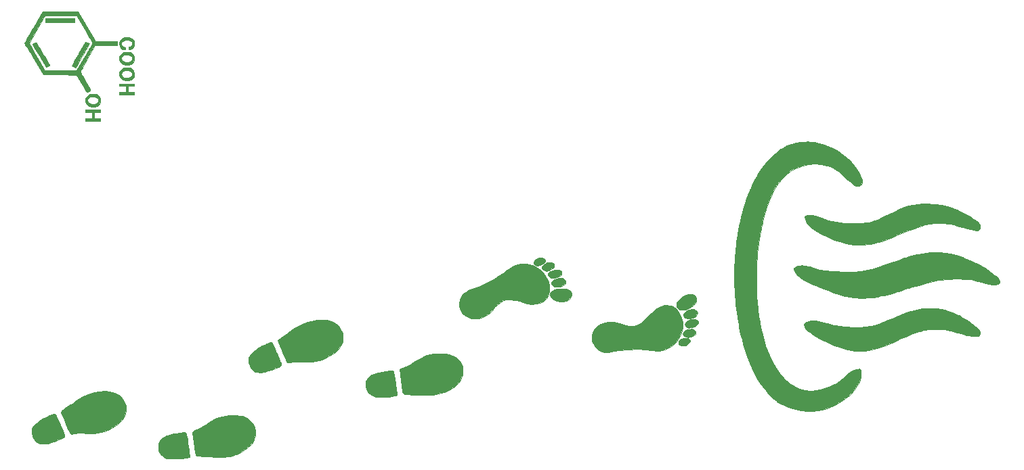
<source format=gto>
G04 #@! TF.GenerationSoftware,KiCad,Pcbnew,(5.1.5)-3*
G04 #@! TF.CreationDate,2021-03-06T01:35:20+09:00*
G04 #@! TF.ProjectId,Setta21_Back,53657474-6132-4315-9f42-61636b2e6b69,rev?*
G04 #@! TF.SameCoordinates,Original*
G04 #@! TF.FileFunction,Legend,Top*
G04 #@! TF.FilePolarity,Positive*
%FSLAX46Y46*%
G04 Gerber Fmt 4.6, Leading zero omitted, Abs format (unit mm)*
G04 Created by KiCad (PCBNEW (5.1.5)-3) date 2021-03-06 01:35:20*
%MOMM*%
%LPD*%
G04 APERTURE LIST*
%ADD10C,0.010000*%
G04 APERTURE END LIST*
D10*
G36*
X72606344Y-64097160D02*
G01*
X72560362Y-64182344D01*
X72488461Y-64312636D01*
X72394517Y-64481203D01*
X72282406Y-64681214D01*
X72156003Y-64905836D01*
X72019184Y-65148237D01*
X71875824Y-65401585D01*
X71729800Y-65659048D01*
X71584986Y-65913793D01*
X71445259Y-66158989D01*
X71314493Y-66387803D01*
X71196564Y-66593402D01*
X71095349Y-66768956D01*
X71014722Y-66907631D01*
X70958558Y-67002595D01*
X70930735Y-67047017D01*
X70929390Y-67048736D01*
X70886399Y-67053661D01*
X70813652Y-67029282D01*
X70807504Y-67026275D01*
X70709514Y-66977732D01*
X70597700Y-66923080D01*
X70582066Y-66915504D01*
X70503621Y-66869793D01*
X70460270Y-66829391D01*
X70457135Y-66819432D01*
X70473916Y-66784088D01*
X70521291Y-66695757D01*
X70596055Y-66560148D01*
X70695003Y-66382974D01*
X70814927Y-66169942D01*
X70952624Y-65926764D01*
X71104886Y-65659149D01*
X71268509Y-65372808D01*
X71306608Y-65306305D01*
X72154012Y-63827810D01*
X72388272Y-63931281D01*
X72500351Y-63984363D01*
X72583211Y-64030424D01*
X72621544Y-64060797D01*
X72622533Y-64063916D01*
X72606344Y-64097160D01*
G37*
X72606344Y-64097160D02*
X72560362Y-64182344D01*
X72488461Y-64312636D01*
X72394517Y-64481203D01*
X72282406Y-64681214D01*
X72156003Y-64905836D01*
X72019184Y-65148237D01*
X71875824Y-65401585D01*
X71729800Y-65659048D01*
X71584986Y-65913793D01*
X71445259Y-66158989D01*
X71314493Y-66387803D01*
X71196564Y-66593402D01*
X71095349Y-66768956D01*
X71014722Y-66907631D01*
X70958558Y-67002595D01*
X70930735Y-67047017D01*
X70929390Y-67048736D01*
X70886399Y-67053661D01*
X70813652Y-67029282D01*
X70807504Y-67026275D01*
X70709514Y-66977732D01*
X70597700Y-66923080D01*
X70582066Y-66915504D01*
X70503621Y-66869793D01*
X70460270Y-66829391D01*
X70457135Y-66819432D01*
X70473916Y-66784088D01*
X70521291Y-66695757D01*
X70596055Y-66560148D01*
X70695003Y-66382974D01*
X70814927Y-66169942D01*
X70952624Y-65926764D01*
X71104886Y-65659149D01*
X71268509Y-65372808D01*
X71306608Y-65306305D01*
X72154012Y-63827810D01*
X72388272Y-63931281D01*
X72500351Y-63984363D01*
X72583211Y-64030424D01*
X72621544Y-64060797D01*
X72622533Y-64063916D01*
X72606344Y-64097160D01*
G36*
X67170000Y-61416933D02*
G01*
X67170000Y-60908933D01*
X70759866Y-60908933D01*
X70759866Y-61416933D01*
X67170000Y-61416933D01*
G37*
X67170000Y-61416933D02*
X67170000Y-60908933D01*
X70759866Y-60908933D01*
X70759866Y-61416933D01*
X67170000Y-61416933D01*
G36*
X67638214Y-66786981D02*
G01*
X67584182Y-66823449D01*
X67490141Y-66873324D01*
X67401566Y-66914562D01*
X67209799Y-66998582D01*
X66360166Y-65582125D01*
X66191534Y-65300378D01*
X66034030Y-65036034D01*
X65891011Y-64794812D01*
X65765834Y-64582434D01*
X65661858Y-64404617D01*
X65582440Y-64267081D01*
X65530937Y-64175546D01*
X65510707Y-64135730D01*
X65510533Y-64134815D01*
X65538627Y-64105736D01*
X65612767Y-64057517D01*
X65717735Y-63999915D01*
X65733021Y-63992161D01*
X65846307Y-63940749D01*
X65934350Y-63911173D01*
X65980992Y-63908737D01*
X65982748Y-63910181D01*
X66005078Y-63944435D01*
X66058571Y-64031116D01*
X66139744Y-64164451D01*
X66245112Y-64338665D01*
X66371191Y-64547984D01*
X66514498Y-64786635D01*
X66671548Y-65048843D01*
X66838857Y-65328835D01*
X66846541Y-65341710D01*
X67043122Y-65671824D01*
X67206892Y-65948664D01*
X67340336Y-66176765D01*
X67445939Y-66360665D01*
X67526185Y-66504898D01*
X67583559Y-66614001D01*
X67620546Y-66692511D01*
X67639630Y-66744962D01*
X67643297Y-66775891D01*
X67638214Y-66786981D01*
G37*
X67638214Y-66786981D02*
X67584182Y-66823449D01*
X67490141Y-66873324D01*
X67401566Y-66914562D01*
X67209799Y-66998582D01*
X66360166Y-65582125D01*
X66191534Y-65300378D01*
X66034030Y-65036034D01*
X65891011Y-64794812D01*
X65765834Y-64582434D01*
X65661858Y-64404617D01*
X65582440Y-64267081D01*
X65530937Y-64175546D01*
X65510707Y-64135730D01*
X65510533Y-64134815D01*
X65538627Y-64105736D01*
X65612767Y-64057517D01*
X65717735Y-63999915D01*
X65733021Y-63992161D01*
X65846307Y-63940749D01*
X65934350Y-63911173D01*
X65980992Y-63908737D01*
X65982748Y-63910181D01*
X66005078Y-63944435D01*
X66058571Y-64031116D01*
X66139744Y-64164451D01*
X66245112Y-64338665D01*
X66371191Y-64547984D01*
X66514498Y-64786635D01*
X66671548Y-65048843D01*
X66838857Y-65328835D01*
X66846541Y-65341710D01*
X67043122Y-65671824D01*
X67206892Y-65948664D01*
X67340336Y-66176765D01*
X67445939Y-66360665D01*
X67526185Y-66504898D01*
X67583559Y-66614001D01*
X67620546Y-66692511D01*
X67639630Y-66744962D01*
X67643297Y-66775891D01*
X67638214Y-66786981D01*
G36*
X77499333Y-69375600D02*
G01*
X77499333Y-70154533D01*
X78244400Y-70154533D01*
X78244400Y-70459333D01*
X76415600Y-70459333D01*
X76415600Y-70154533D01*
X77228400Y-70154533D01*
X77228400Y-69375600D01*
X76415600Y-69375600D01*
X76415600Y-69070800D01*
X78244400Y-69070800D01*
X78244400Y-69375600D01*
X77499333Y-69375600D01*
G37*
X77499333Y-69375600D02*
X77499333Y-70154533D01*
X78244400Y-70154533D01*
X78244400Y-70459333D01*
X76415600Y-70459333D01*
X76415600Y-70154533D01*
X77228400Y-70154533D01*
X77228400Y-69375600D01*
X76415600Y-69375600D01*
X76415600Y-69070800D01*
X78244400Y-69070800D01*
X78244400Y-69375600D01*
X77499333Y-69375600D01*
G36*
X78213724Y-68140180D02*
G01*
X78122552Y-68332265D01*
X77986759Y-68489466D01*
X77978892Y-68496080D01*
X77797013Y-68605823D01*
X77579541Y-68672974D01*
X77343742Y-68697294D01*
X77106879Y-68678546D01*
X76886218Y-68616490D01*
X76702695Y-68513707D01*
X76564337Y-68370093D01*
X76462464Y-68187727D01*
X76404134Y-67986373D01*
X76396405Y-67785792D01*
X76411793Y-67699200D01*
X76492568Y-67503052D01*
X76620646Y-67329099D01*
X76781876Y-67192705D01*
X76952672Y-67111971D01*
X77088075Y-67086706D01*
X77261829Y-67074961D01*
X77330000Y-67075617D01*
X77330000Y-67396356D01*
X77101400Y-67414843D01*
X76923039Y-67472275D01*
X76787775Y-67571607D01*
X76729313Y-67644941D01*
X76664016Y-67799296D01*
X76664069Y-67961255D01*
X76725633Y-68114068D01*
X76833628Y-68233803D01*
X76986771Y-68312696D01*
X77189877Y-68352705D01*
X77327774Y-68358856D01*
X77557022Y-68337917D01*
X77744861Y-68276115D01*
X77886031Y-68177175D01*
X77975268Y-68044819D01*
X78007310Y-67882771D01*
X78007333Y-67878011D01*
X77976611Y-67717219D01*
X77888420Y-67584419D01*
X77748724Y-67483854D01*
X77563487Y-67419762D01*
X77338672Y-67396385D01*
X77330000Y-67396356D01*
X77330000Y-67075617D01*
X77445915Y-67076735D01*
X77612315Y-67092029D01*
X77707327Y-67111971D01*
X77859312Y-67184566D01*
X78009249Y-67302120D01*
X78134552Y-67445045D01*
X78183591Y-67525039D01*
X78247836Y-67719524D01*
X78256682Y-67930252D01*
X78213724Y-68140180D01*
G37*
X78213724Y-68140180D02*
X78122552Y-68332265D01*
X77986759Y-68489466D01*
X77978892Y-68496080D01*
X77797013Y-68605823D01*
X77579541Y-68672974D01*
X77343742Y-68697294D01*
X77106879Y-68678546D01*
X76886218Y-68616490D01*
X76702695Y-68513707D01*
X76564337Y-68370093D01*
X76462464Y-68187727D01*
X76404134Y-67986373D01*
X76396405Y-67785792D01*
X76411793Y-67699200D01*
X76492568Y-67503052D01*
X76620646Y-67329099D01*
X76781876Y-67192705D01*
X76952672Y-67111971D01*
X77088075Y-67086706D01*
X77261829Y-67074961D01*
X77330000Y-67075617D01*
X77330000Y-67396356D01*
X77101400Y-67414843D01*
X76923039Y-67472275D01*
X76787775Y-67571607D01*
X76729313Y-67644941D01*
X76664016Y-67799296D01*
X76664069Y-67961255D01*
X76725633Y-68114068D01*
X76833628Y-68233803D01*
X76986771Y-68312696D01*
X77189877Y-68352705D01*
X77327774Y-68358856D01*
X77557022Y-68337917D01*
X77744861Y-68276115D01*
X77886031Y-68177175D01*
X77975268Y-68044819D01*
X78007310Y-67882771D01*
X78007333Y-67878011D01*
X77976611Y-67717219D01*
X77888420Y-67584419D01*
X77748724Y-67483854D01*
X77563487Y-67419762D01*
X77338672Y-67396385D01*
X77330000Y-67396356D01*
X77330000Y-67075617D01*
X77445915Y-67076735D01*
X77612315Y-67092029D01*
X77707327Y-67111971D01*
X77859312Y-67184566D01*
X78009249Y-67302120D01*
X78134552Y-67445045D01*
X78183591Y-67525039D01*
X78247836Y-67719524D01*
X78256682Y-67930252D01*
X78213724Y-68140180D01*
G36*
X78213724Y-66175913D02*
G01*
X78122552Y-66367999D01*
X77986759Y-66525199D01*
X77978892Y-66531814D01*
X77797013Y-66641556D01*
X77579541Y-66708707D01*
X77343742Y-66733028D01*
X77106879Y-66714279D01*
X76886218Y-66652223D01*
X76702695Y-66549440D01*
X76564337Y-66405827D01*
X76462464Y-66223461D01*
X76404134Y-66022106D01*
X76396405Y-65821526D01*
X76411793Y-65734933D01*
X76492568Y-65538786D01*
X76620646Y-65364833D01*
X76781876Y-65228439D01*
X76952672Y-65147704D01*
X77088075Y-65122440D01*
X77261829Y-65110694D01*
X77330000Y-65111351D01*
X77330000Y-65432090D01*
X77101400Y-65450577D01*
X76923039Y-65508008D01*
X76787775Y-65607340D01*
X76729313Y-65680675D01*
X76664016Y-65835029D01*
X76664069Y-65996988D01*
X76725633Y-66149801D01*
X76833628Y-66269536D01*
X76986771Y-66348430D01*
X77189877Y-66388438D01*
X77327774Y-66394589D01*
X77557022Y-66373650D01*
X77744861Y-66311849D01*
X77886031Y-66212908D01*
X77975268Y-66080552D01*
X78007310Y-65918504D01*
X78007333Y-65913744D01*
X77976611Y-65752952D01*
X77888420Y-65620153D01*
X77748724Y-65519587D01*
X77563487Y-65455495D01*
X77338672Y-65432118D01*
X77330000Y-65432090D01*
X77330000Y-65111351D01*
X77445915Y-65112469D01*
X77612315Y-65127762D01*
X77707327Y-65147704D01*
X77859312Y-65220300D01*
X78009249Y-65337854D01*
X78134552Y-65480778D01*
X78183591Y-65560772D01*
X78247836Y-65755257D01*
X78256682Y-65965985D01*
X78213724Y-66175913D01*
G37*
X78213724Y-66175913D02*
X78122552Y-66367999D01*
X77986759Y-66525199D01*
X77978892Y-66531814D01*
X77797013Y-66641556D01*
X77579541Y-66708707D01*
X77343742Y-66733028D01*
X77106879Y-66714279D01*
X76886218Y-66652223D01*
X76702695Y-66549440D01*
X76564337Y-66405827D01*
X76462464Y-66223461D01*
X76404134Y-66022106D01*
X76396405Y-65821526D01*
X76411793Y-65734933D01*
X76492568Y-65538786D01*
X76620646Y-65364833D01*
X76781876Y-65228439D01*
X76952672Y-65147704D01*
X77088075Y-65122440D01*
X77261829Y-65110694D01*
X77330000Y-65111351D01*
X77330000Y-65432090D01*
X77101400Y-65450577D01*
X76923039Y-65508008D01*
X76787775Y-65607340D01*
X76729313Y-65680675D01*
X76664016Y-65835029D01*
X76664069Y-65996988D01*
X76725633Y-66149801D01*
X76833628Y-66269536D01*
X76986771Y-66348430D01*
X77189877Y-66388438D01*
X77327774Y-66394589D01*
X77557022Y-66373650D01*
X77744861Y-66311849D01*
X77886031Y-66212908D01*
X77975268Y-66080552D01*
X78007310Y-65918504D01*
X78007333Y-65913744D01*
X77976611Y-65752952D01*
X77888420Y-65620153D01*
X77748724Y-65519587D01*
X77563487Y-65455495D01*
X77338672Y-65432118D01*
X77330000Y-65432090D01*
X77330000Y-65111351D01*
X77445915Y-65112469D01*
X77612315Y-65127762D01*
X77707327Y-65147704D01*
X77859312Y-65220300D01*
X78009249Y-65337854D01*
X78134552Y-65480778D01*
X78183591Y-65560772D01*
X78247836Y-65755257D01*
X78256682Y-65965985D01*
X78213724Y-66175913D01*
G36*
X78246729Y-64236088D02*
G01*
X78240470Y-64268176D01*
X78169186Y-64450156D01*
X78044821Y-64604928D01*
X77880636Y-64718943D01*
X77752882Y-64766314D01*
X77636683Y-64787050D01*
X77569625Y-64771484D01*
X77539646Y-64712332D01*
X77534237Y-64634267D01*
X77545980Y-64544555D01*
X77591477Y-64486235D01*
X77686134Y-64441719D01*
X77709892Y-64433714D01*
X77855264Y-64355904D01*
X77957072Y-64238041D01*
X78004980Y-64093392D01*
X78007333Y-64051950D01*
X77997790Y-63956960D01*
X77960215Y-63878559D01*
X77881189Y-63788956D01*
X77879570Y-63787334D01*
X77724384Y-63675717D01*
X77535438Y-63606459D01*
X77329507Y-63579810D01*
X77123368Y-63596019D01*
X76933796Y-63655336D01*
X76777567Y-63758008D01*
X76764322Y-63770771D01*
X76695568Y-63849183D01*
X76662557Y-63924116D01*
X76652891Y-64027395D01*
X76652667Y-64057373D01*
X76659620Y-64172647D01*
X76677297Y-64268679D01*
X76689266Y-64300705D01*
X76747770Y-64360735D01*
X76847187Y-64421873D01*
X76962104Y-64471488D01*
X77067109Y-64496950D01*
X77086322Y-64498056D01*
X77133100Y-64504585D01*
X77154188Y-64534758D01*
X77156988Y-64606231D01*
X77154055Y-64659667D01*
X77145308Y-64756362D01*
X77127182Y-64802217D01*
X77087260Y-64814056D01*
X77042133Y-64811335D01*
X76836340Y-64764420D01*
X76657069Y-64668714D01*
X76516419Y-64533371D01*
X76426492Y-64367546D01*
X76417636Y-64338859D01*
X76386467Y-64137369D01*
X76395357Y-63927358D01*
X76431487Y-63774892D01*
X76528434Y-63597990D01*
X76674273Y-63454822D01*
X76857856Y-63347765D01*
X77068037Y-63279195D01*
X77293669Y-63251490D01*
X77523605Y-63267028D01*
X77746699Y-63328185D01*
X77951803Y-63437338D01*
X77966241Y-63447592D01*
X78116997Y-63596829D01*
X78216024Y-63784055D01*
X78260281Y-64000174D01*
X78246729Y-64236088D01*
G37*
X78246729Y-64236088D02*
X78240470Y-64268176D01*
X78169186Y-64450156D01*
X78044821Y-64604928D01*
X77880636Y-64718943D01*
X77752882Y-64766314D01*
X77636683Y-64787050D01*
X77569625Y-64771484D01*
X77539646Y-64712332D01*
X77534237Y-64634267D01*
X77545980Y-64544555D01*
X77591477Y-64486235D01*
X77686134Y-64441719D01*
X77709892Y-64433714D01*
X77855264Y-64355904D01*
X77957072Y-64238041D01*
X78004980Y-64093392D01*
X78007333Y-64051950D01*
X77997790Y-63956960D01*
X77960215Y-63878559D01*
X77881189Y-63788956D01*
X77879570Y-63787334D01*
X77724384Y-63675717D01*
X77535438Y-63606459D01*
X77329507Y-63579810D01*
X77123368Y-63596019D01*
X76933796Y-63655336D01*
X76777567Y-63758008D01*
X76764322Y-63770771D01*
X76695568Y-63849183D01*
X76662557Y-63924116D01*
X76652891Y-64027395D01*
X76652667Y-64057373D01*
X76659620Y-64172647D01*
X76677297Y-64268679D01*
X76689266Y-64300705D01*
X76747770Y-64360735D01*
X76847187Y-64421873D01*
X76962104Y-64471488D01*
X77067109Y-64496950D01*
X77086322Y-64498056D01*
X77133100Y-64504585D01*
X77154188Y-64534758D01*
X77156988Y-64606231D01*
X77154055Y-64659667D01*
X77145308Y-64756362D01*
X77127182Y-64802217D01*
X77087260Y-64814056D01*
X77042133Y-64811335D01*
X76836340Y-64764420D01*
X76657069Y-64668714D01*
X76516419Y-64533371D01*
X76426492Y-64367546D01*
X76417636Y-64338859D01*
X76386467Y-64137369D01*
X76395357Y-63927358D01*
X76431487Y-63774892D01*
X76528434Y-63597990D01*
X76674273Y-63454822D01*
X76857856Y-63347765D01*
X77068037Y-63279195D01*
X77293669Y-63251490D01*
X77523605Y-63267028D01*
X77746699Y-63328185D01*
X77951803Y-63437338D01*
X77966241Y-63447592D01*
X78116997Y-63596829D01*
X78216024Y-63784055D01*
X78260281Y-64000174D01*
X78246729Y-64236088D01*
G36*
X73266000Y-72660667D02*
G01*
X73266000Y-73439600D01*
X74011066Y-73439600D01*
X74011066Y-73744400D01*
X72182267Y-73744400D01*
X72182267Y-73439600D01*
X72995067Y-73439600D01*
X72995067Y-72660667D01*
X72182267Y-72660667D01*
X72182267Y-72355867D01*
X74011066Y-72355867D01*
X74011066Y-72660667D01*
X73266000Y-72660667D01*
G37*
X73266000Y-72660667D02*
X73266000Y-73439600D01*
X74011066Y-73439600D01*
X74011066Y-73744400D01*
X72182267Y-73744400D01*
X72182267Y-73439600D01*
X72995067Y-73439600D01*
X72995067Y-72660667D01*
X72182267Y-72660667D01*
X72182267Y-72355867D01*
X74011066Y-72355867D01*
X74011066Y-72660667D01*
X73266000Y-72660667D01*
G36*
X73980390Y-71425246D02*
G01*
X73889218Y-71617332D01*
X73753426Y-71774533D01*
X73745559Y-71781147D01*
X73563680Y-71890890D01*
X73346208Y-71958040D01*
X73110408Y-71982361D01*
X72873545Y-71963612D01*
X72652885Y-71901556D01*
X72469361Y-71798774D01*
X72331003Y-71655160D01*
X72229130Y-71472794D01*
X72170800Y-71271439D01*
X72163072Y-71070859D01*
X72178459Y-70984267D01*
X72259234Y-70788119D01*
X72387312Y-70614166D01*
X72548542Y-70477772D01*
X72719339Y-70397037D01*
X72854741Y-70371773D01*
X73028495Y-70360028D01*
X73096667Y-70360684D01*
X73096667Y-70681423D01*
X72868067Y-70699910D01*
X72689706Y-70757342D01*
X72554441Y-70856674D01*
X72495980Y-70930008D01*
X72430682Y-71084363D01*
X72430736Y-71246322D01*
X72492300Y-71399135D01*
X72600294Y-71518870D01*
X72753438Y-71597763D01*
X72956544Y-71637772D01*
X73094441Y-71643923D01*
X73323688Y-71622984D01*
X73511528Y-71561182D01*
X73652697Y-71462241D01*
X73741935Y-71329885D01*
X73773977Y-71167837D01*
X73774000Y-71163077D01*
X73743278Y-71002285D01*
X73655087Y-70869486D01*
X73515391Y-70768920D01*
X73330154Y-70704828D01*
X73105339Y-70681452D01*
X73096667Y-70681423D01*
X73096667Y-70360684D01*
X73212582Y-70361802D01*
X73378982Y-70377095D01*
X73473994Y-70397037D01*
X73625979Y-70469633D01*
X73775915Y-70587187D01*
X73901218Y-70730112D01*
X73950257Y-70810105D01*
X74014502Y-71004591D01*
X74023349Y-71215319D01*
X73980390Y-71425246D01*
G37*
X73980390Y-71425246D02*
X73889218Y-71617332D01*
X73753426Y-71774533D01*
X73745559Y-71781147D01*
X73563680Y-71890890D01*
X73346208Y-71958040D01*
X73110408Y-71982361D01*
X72873545Y-71963612D01*
X72652885Y-71901556D01*
X72469361Y-71798774D01*
X72331003Y-71655160D01*
X72229130Y-71472794D01*
X72170800Y-71271439D01*
X72163072Y-71070859D01*
X72178459Y-70984267D01*
X72259234Y-70788119D01*
X72387312Y-70614166D01*
X72548542Y-70477772D01*
X72719339Y-70397037D01*
X72854741Y-70371773D01*
X73028495Y-70360028D01*
X73096667Y-70360684D01*
X73096667Y-70681423D01*
X72868067Y-70699910D01*
X72689706Y-70757342D01*
X72554441Y-70856674D01*
X72495980Y-70930008D01*
X72430682Y-71084363D01*
X72430736Y-71246322D01*
X72492300Y-71399135D01*
X72600294Y-71518870D01*
X72753438Y-71597763D01*
X72956544Y-71637772D01*
X73094441Y-71643923D01*
X73323688Y-71622984D01*
X73511528Y-71561182D01*
X73652697Y-71462241D01*
X73741935Y-71329885D01*
X73773977Y-71167837D01*
X73774000Y-71163077D01*
X73743278Y-71002285D01*
X73655087Y-70869486D01*
X73515391Y-70768920D01*
X73330154Y-70704828D01*
X73105339Y-70681452D01*
X73096667Y-70681423D01*
X73096667Y-70360684D01*
X73212582Y-70361802D01*
X73378982Y-70377095D01*
X73473994Y-70397037D01*
X73625979Y-70469633D01*
X73775915Y-70587187D01*
X73901218Y-70730112D01*
X73950257Y-70810105D01*
X74014502Y-71004591D01*
X74023349Y-71215319D01*
X73980390Y-71425246D01*
G36*
X73353234Y-64278667D02*
G01*
X72414989Y-65920264D01*
X72210398Y-66278769D01*
X72037459Y-66583207D01*
X71893800Y-66838077D01*
X71777045Y-67047879D01*
X71684821Y-67217111D01*
X71614755Y-67350273D01*
X71564470Y-67451864D01*
X71531595Y-67526382D01*
X71513755Y-67578328D01*
X71508575Y-67612200D01*
X71512554Y-67630531D01*
X71537315Y-67675127D01*
X71591743Y-67771288D01*
X71671752Y-67911856D01*
X71773254Y-68089671D01*
X71892164Y-68297573D01*
X72024396Y-68528405D01*
X72151039Y-68749181D01*
X72291130Y-68993753D01*
X72420889Y-69221258D01*
X72536340Y-69424653D01*
X72633510Y-69596894D01*
X72708422Y-69730937D01*
X72757104Y-69819739D01*
X72775251Y-69855281D01*
X72772078Y-69893652D01*
X72728224Y-69939616D01*
X72634977Y-70000963D01*
X72571718Y-70037266D01*
X72453834Y-70097366D01*
X72364719Y-70131394D01*
X72317986Y-70134235D01*
X72316646Y-70133126D01*
X72293424Y-70097745D01*
X72240602Y-70010322D01*
X72162150Y-69877647D01*
X72062040Y-69706505D01*
X71944242Y-69503684D01*
X71812728Y-69275973D01*
X71675175Y-69036628D01*
X71063709Y-67970133D01*
X68994374Y-67953200D01*
X66925040Y-67936266D01*
X65726720Y-65980111D01*
X65524292Y-65649537D01*
X65332614Y-65336267D01*
X65154567Y-65045027D01*
X64993030Y-64780540D01*
X64850886Y-64547531D01*
X64731015Y-64350725D01*
X64636298Y-64194845D01*
X64569616Y-64084616D01*
X64533851Y-64024763D01*
X64528400Y-64015011D01*
X64544792Y-63984891D01*
X64592139Y-63900823D01*
X64667698Y-63767618D01*
X64768727Y-63590083D01*
X64892482Y-63373029D01*
X65036220Y-63121264D01*
X65197199Y-62839597D01*
X65372675Y-62532836D01*
X65559905Y-62205792D01*
X65667918Y-62017234D01*
X66807435Y-60028400D01*
X69029184Y-60029627D01*
X71047733Y-60030742D01*
X71047733Y-60572035D01*
X69053172Y-60579617D01*
X67058612Y-60587200D01*
X66085291Y-62297467D01*
X65111971Y-64007733D01*
X65174301Y-64126266D01*
X65202890Y-64177566D01*
X65262202Y-64281535D01*
X65348854Y-64432321D01*
X65459464Y-64624075D01*
X65590650Y-64850943D01*
X65739030Y-65107075D01*
X65901224Y-65386619D01*
X66073848Y-65683723D01*
X66162725Y-65836533D01*
X67088821Y-67428266D01*
X69085210Y-67435803D01*
X71081600Y-67443339D01*
X72046800Y-65749508D01*
X72223887Y-65438236D01*
X72390842Y-65143802D01*
X72544649Y-64871592D01*
X72682292Y-64626990D01*
X72800754Y-64415380D01*
X72897019Y-64242147D01*
X72968070Y-64112676D01*
X73010893Y-64032351D01*
X73022783Y-64007169D01*
X73008056Y-63969840D01*
X72961840Y-63879531D01*
X72887136Y-63741561D01*
X72786940Y-63561246D01*
X72664251Y-63343903D01*
X72522068Y-63094850D01*
X72363388Y-62819406D01*
X72191210Y-62522886D01*
X72040650Y-62265348D01*
X71047733Y-60572035D01*
X71047733Y-60030742D01*
X71250933Y-60030855D01*
X72334667Y-61892244D01*
X73418400Y-63753633D01*
X76110800Y-63753733D01*
X76110800Y-64260973D01*
X73353234Y-64278667D01*
G37*
X73353234Y-64278667D02*
X72414989Y-65920264D01*
X72210398Y-66278769D01*
X72037459Y-66583207D01*
X71893800Y-66838077D01*
X71777045Y-67047879D01*
X71684821Y-67217111D01*
X71614755Y-67350273D01*
X71564470Y-67451864D01*
X71531595Y-67526382D01*
X71513755Y-67578328D01*
X71508575Y-67612200D01*
X71512554Y-67630531D01*
X71537315Y-67675127D01*
X71591743Y-67771288D01*
X71671752Y-67911856D01*
X71773254Y-68089671D01*
X71892164Y-68297573D01*
X72024396Y-68528405D01*
X72151039Y-68749181D01*
X72291130Y-68993753D01*
X72420889Y-69221258D01*
X72536340Y-69424653D01*
X72633510Y-69596894D01*
X72708422Y-69730937D01*
X72757104Y-69819739D01*
X72775251Y-69855281D01*
X72772078Y-69893652D01*
X72728224Y-69939616D01*
X72634977Y-70000963D01*
X72571718Y-70037266D01*
X72453834Y-70097366D01*
X72364719Y-70131394D01*
X72317986Y-70134235D01*
X72316646Y-70133126D01*
X72293424Y-70097745D01*
X72240602Y-70010322D01*
X72162150Y-69877647D01*
X72062040Y-69706505D01*
X71944242Y-69503684D01*
X71812728Y-69275973D01*
X71675175Y-69036628D01*
X71063709Y-67970133D01*
X68994374Y-67953200D01*
X66925040Y-67936266D01*
X65726720Y-65980111D01*
X65524292Y-65649537D01*
X65332614Y-65336267D01*
X65154567Y-65045027D01*
X64993030Y-64780540D01*
X64850886Y-64547531D01*
X64731015Y-64350725D01*
X64636298Y-64194845D01*
X64569616Y-64084616D01*
X64533851Y-64024763D01*
X64528400Y-64015011D01*
X64544792Y-63984891D01*
X64592139Y-63900823D01*
X64667698Y-63767618D01*
X64768727Y-63590083D01*
X64892482Y-63373029D01*
X65036220Y-63121264D01*
X65197199Y-62839597D01*
X65372675Y-62532836D01*
X65559905Y-62205792D01*
X65667918Y-62017234D01*
X66807435Y-60028400D01*
X69029184Y-60029627D01*
X71047733Y-60030742D01*
X71047733Y-60572035D01*
X69053172Y-60579617D01*
X67058612Y-60587200D01*
X66085291Y-62297467D01*
X65111971Y-64007733D01*
X65174301Y-64126266D01*
X65202890Y-64177566D01*
X65262202Y-64281535D01*
X65348854Y-64432321D01*
X65459464Y-64624075D01*
X65590650Y-64850943D01*
X65739030Y-65107075D01*
X65901224Y-65386619D01*
X66073848Y-65683723D01*
X66162725Y-65836533D01*
X67088821Y-67428266D01*
X69085210Y-67435803D01*
X71081600Y-67443339D01*
X72046800Y-65749508D01*
X72223887Y-65438236D01*
X72390842Y-65143802D01*
X72544649Y-64871592D01*
X72682292Y-64626990D01*
X72800754Y-64415380D01*
X72897019Y-64242147D01*
X72968070Y-64112676D01*
X73010893Y-64032351D01*
X73022783Y-64007169D01*
X73008056Y-63969840D01*
X72961840Y-63879531D01*
X72887136Y-63741561D01*
X72786940Y-63561246D01*
X72664251Y-63343903D01*
X72522068Y-63094850D01*
X72363388Y-62819406D01*
X72191210Y-62522886D01*
X72040650Y-62265348D01*
X71047733Y-60572035D01*
X71047733Y-60030742D01*
X71250933Y-60030855D01*
X72334667Y-61892244D01*
X73418400Y-63753633D01*
X76110800Y-63753733D01*
X76110800Y-64260973D01*
X73353234Y-64278667D01*
G36*
X183966410Y-87129575D02*
G01*
X183958439Y-87149374D01*
X183874876Y-87322650D01*
X183782091Y-87424153D01*
X183650088Y-87464786D01*
X183448872Y-87455452D01*
X183216455Y-87419082D01*
X182807025Y-87338597D01*
X182371680Y-87233734D01*
X181870655Y-87094657D01*
X181693500Y-87042377D01*
X181139377Y-86881672D01*
X180675917Y-86759819D01*
X180274568Y-86671887D01*
X179906777Y-86612947D01*
X179543991Y-86578070D01*
X179157659Y-86562326D01*
X178899500Y-86560012D01*
X178270430Y-86579630D01*
X177684801Y-86643732D01*
X177103739Y-86759722D01*
X176488369Y-86935003D01*
X175946750Y-87122340D01*
X175773185Y-87188973D01*
X175504551Y-87295686D01*
X175162889Y-87433418D01*
X174770239Y-87593113D01*
X174348642Y-87765710D01*
X173920138Y-87942151D01*
X173506768Y-88113378D01*
X173130572Y-88270331D01*
X172813590Y-88403952D01*
X172577862Y-88505183D01*
X172517750Y-88531678D01*
X172162321Y-88670554D01*
X171718253Y-88814112D01*
X171223031Y-88952122D01*
X170714138Y-89074355D01*
X170229058Y-89170579D01*
X170097173Y-89192317D01*
X169263842Y-89276353D01*
X168429666Y-89265471D01*
X167578225Y-89157315D01*
X166693098Y-88949528D01*
X165757865Y-88639754D01*
X165469250Y-88528246D01*
X165221823Y-88422022D01*
X164901632Y-88273539D01*
X164541133Y-88098997D01*
X164172784Y-87914595D01*
X163829039Y-87736533D01*
X163542356Y-87581009D01*
X163373750Y-87482364D01*
X162899377Y-87140057D01*
X162524669Y-86769381D01*
X162258152Y-86380821D01*
X162108352Y-85984862D01*
X162093541Y-85908136D01*
X162083661Y-85742472D01*
X162133076Y-85650767D01*
X162175815Y-85623021D01*
X162496704Y-85523433D01*
X162897634Y-85520320D01*
X163379257Y-85613769D01*
X163942228Y-85803872D01*
X164167500Y-85897093D01*
X164613484Y-86076958D01*
X165045254Y-86221328D01*
X165484087Y-86333543D01*
X165951257Y-86416945D01*
X166468039Y-86474874D01*
X167055708Y-86510671D01*
X167735540Y-86527676D01*
X168199750Y-86530250D01*
X168781635Y-86527062D01*
X169273379Y-86513599D01*
X169698125Y-86484016D01*
X170079016Y-86432463D01*
X170439194Y-86353093D01*
X170801804Y-86240060D01*
X171189986Y-86087516D01*
X171626886Y-85889613D01*
X172135644Y-85640504D01*
X172549500Y-85431217D01*
X173278441Y-85072099D01*
X173927369Y-84781402D01*
X174518981Y-84552849D01*
X175075973Y-84380162D01*
X175621041Y-84257065D01*
X176176883Y-84177278D01*
X176766193Y-84134525D01*
X177280250Y-84122750D01*
X178302026Y-84162988D01*
X179271298Y-84298880D01*
X180207739Y-84536066D01*
X181131020Y-84880185D01*
X182060813Y-85336877D01*
X182596519Y-85646845D01*
X183069938Y-85943914D01*
X183436626Y-86196948D01*
X183705078Y-86415317D01*
X183883788Y-86608394D01*
X183981250Y-86785548D01*
X184005960Y-86956151D01*
X183966410Y-87129575D01*
G37*
X183966410Y-87129575D02*
X183958439Y-87149374D01*
X183874876Y-87322650D01*
X183782091Y-87424153D01*
X183650088Y-87464786D01*
X183448872Y-87455452D01*
X183216455Y-87419082D01*
X182807025Y-87338597D01*
X182371680Y-87233734D01*
X181870655Y-87094657D01*
X181693500Y-87042377D01*
X181139377Y-86881672D01*
X180675917Y-86759819D01*
X180274568Y-86671887D01*
X179906777Y-86612947D01*
X179543991Y-86578070D01*
X179157659Y-86562326D01*
X178899500Y-86560012D01*
X178270430Y-86579630D01*
X177684801Y-86643732D01*
X177103739Y-86759722D01*
X176488369Y-86935003D01*
X175946750Y-87122340D01*
X175773185Y-87188973D01*
X175504551Y-87295686D01*
X175162889Y-87433418D01*
X174770239Y-87593113D01*
X174348642Y-87765710D01*
X173920138Y-87942151D01*
X173506768Y-88113378D01*
X173130572Y-88270331D01*
X172813590Y-88403952D01*
X172577862Y-88505183D01*
X172517750Y-88531678D01*
X172162321Y-88670554D01*
X171718253Y-88814112D01*
X171223031Y-88952122D01*
X170714138Y-89074355D01*
X170229058Y-89170579D01*
X170097173Y-89192317D01*
X169263842Y-89276353D01*
X168429666Y-89265471D01*
X167578225Y-89157315D01*
X166693098Y-88949528D01*
X165757865Y-88639754D01*
X165469250Y-88528246D01*
X165221823Y-88422022D01*
X164901632Y-88273539D01*
X164541133Y-88098997D01*
X164172784Y-87914595D01*
X163829039Y-87736533D01*
X163542356Y-87581009D01*
X163373750Y-87482364D01*
X162899377Y-87140057D01*
X162524669Y-86769381D01*
X162258152Y-86380821D01*
X162108352Y-85984862D01*
X162093541Y-85908136D01*
X162083661Y-85742472D01*
X162133076Y-85650767D01*
X162175815Y-85623021D01*
X162496704Y-85523433D01*
X162897634Y-85520320D01*
X163379257Y-85613769D01*
X163942228Y-85803872D01*
X164167500Y-85897093D01*
X164613484Y-86076958D01*
X165045254Y-86221328D01*
X165484087Y-86333543D01*
X165951257Y-86416945D01*
X166468039Y-86474874D01*
X167055708Y-86510671D01*
X167735540Y-86527676D01*
X168199750Y-86530250D01*
X168781635Y-86527062D01*
X169273379Y-86513599D01*
X169698125Y-86484016D01*
X170079016Y-86432463D01*
X170439194Y-86353093D01*
X170801804Y-86240060D01*
X171189986Y-86087516D01*
X171626886Y-85889613D01*
X172135644Y-85640504D01*
X172549500Y-85431217D01*
X173278441Y-85072099D01*
X173927369Y-84781402D01*
X174518981Y-84552849D01*
X175075973Y-84380162D01*
X175621041Y-84257065D01*
X176176883Y-84177278D01*
X176766193Y-84134525D01*
X177280250Y-84122750D01*
X178302026Y-84162988D01*
X179271298Y-84298880D01*
X180207739Y-84536066D01*
X181131020Y-84880185D01*
X182060813Y-85336877D01*
X182596519Y-85646845D01*
X183069938Y-85943914D01*
X183436626Y-86196948D01*
X183705078Y-86415317D01*
X183883788Y-86608394D01*
X183981250Y-86785548D01*
X184005960Y-86956151D01*
X183966410Y-87129575D01*
G36*
X183965621Y-100291760D02*
G01*
X183961763Y-100327897D01*
X183924192Y-100513338D01*
X183867438Y-100644908D01*
X183843540Y-100670659D01*
X183726551Y-100699869D01*
X183514206Y-100707083D01*
X183235769Y-100694768D01*
X182920505Y-100665393D01*
X182597679Y-100621428D01*
X182296555Y-100565341D01*
X182138000Y-100526768D01*
X181879823Y-100456428D01*
X181645090Y-100392592D01*
X181481152Y-100348136D01*
X181471250Y-100345461D01*
X181324824Y-100305353D01*
X181096178Y-100242083D01*
X180825383Y-100166754D01*
X180709250Y-100134338D01*
X180265691Y-100013462D01*
X179907731Y-99925866D01*
X179599896Y-99866475D01*
X179306716Y-99830216D01*
X178992719Y-99812015D01*
X178622431Y-99806799D01*
X178423250Y-99807363D01*
X178038232Y-99811956D01*
X177731162Y-99824169D01*
X177465340Y-99849364D01*
X177204065Y-99892904D01*
X176910634Y-99960153D01*
X176548347Y-100056474D01*
X176359500Y-100108935D01*
X175898162Y-100255731D01*
X175335677Y-100465887D01*
X174679264Y-100736541D01*
X173936144Y-101064830D01*
X173851250Y-101103500D01*
X172945099Y-101503802D01*
X172128777Y-101833794D01*
X171388537Y-102096653D01*
X170710632Y-102295557D01*
X170081311Y-102433683D01*
X169486828Y-102514209D01*
X168913434Y-102540313D01*
X168347380Y-102515171D01*
X167945750Y-102468439D01*
X167407660Y-102374139D01*
X166882153Y-102244469D01*
X166337499Y-102069585D01*
X165741971Y-101839644D01*
X165278750Y-101641059D01*
X164514621Y-101286532D01*
X163844972Y-100942057D01*
X163273368Y-100610507D01*
X162803370Y-100294756D01*
X162438544Y-99997680D01*
X162182452Y-99722153D01*
X162038657Y-99471050D01*
X162010723Y-99247245D01*
X162089895Y-99068585D01*
X162282450Y-98896230D01*
X162543162Y-98788386D01*
X162880558Y-98744744D01*
X163303164Y-98764997D01*
X163819509Y-98848837D01*
X164397838Y-98985319D01*
X164826091Y-99096270D01*
X165167706Y-99180209D01*
X165458272Y-99244603D01*
X165733382Y-99296920D01*
X166028625Y-99344626D01*
X166294750Y-99383293D01*
X167296010Y-99504966D01*
X168192168Y-99571701D01*
X168992695Y-99583353D01*
X169707063Y-99539772D01*
X170344744Y-99440811D01*
X170835000Y-99312583D01*
X171540852Y-99067441D01*
X172337425Y-98750922D01*
X173229815Y-98360979D01*
X173406750Y-98280200D01*
X174178420Y-97954690D01*
X174986464Y-97666425D01*
X175784037Y-97430894D01*
X176423000Y-97282887D01*
X176691522Y-97246056D01*
X177044678Y-97220453D01*
X177450492Y-97206064D01*
X177876990Y-97202876D01*
X178292194Y-97210875D01*
X178664130Y-97230045D01*
X178960822Y-97260373D01*
X179090000Y-97284060D01*
X179555127Y-97407845D01*
X180035691Y-97557142D01*
X180484847Y-97716402D01*
X180855747Y-97870074D01*
X180856556Y-97870447D01*
X181059611Y-97962412D01*
X181212791Y-98028660D01*
X181284258Y-98055443D01*
X181285059Y-98055500D01*
X181346454Y-98086718D01*
X181494501Y-98171970D01*
X181707742Y-98298646D01*
X181964718Y-98454138D01*
X181995003Y-98472624D01*
X182482226Y-98782586D01*
X182928015Y-99090090D01*
X183313349Y-99380919D01*
X183619203Y-99640854D01*
X183794044Y-99817195D01*
X183917883Y-99976058D01*
X183968151Y-100113161D01*
X183965621Y-100291760D01*
G37*
X183965621Y-100291760D02*
X183961763Y-100327897D01*
X183924192Y-100513338D01*
X183867438Y-100644908D01*
X183843540Y-100670659D01*
X183726551Y-100699869D01*
X183514206Y-100707083D01*
X183235769Y-100694768D01*
X182920505Y-100665393D01*
X182597679Y-100621428D01*
X182296555Y-100565341D01*
X182138000Y-100526768D01*
X181879823Y-100456428D01*
X181645090Y-100392592D01*
X181481152Y-100348136D01*
X181471250Y-100345461D01*
X181324824Y-100305353D01*
X181096178Y-100242083D01*
X180825383Y-100166754D01*
X180709250Y-100134338D01*
X180265691Y-100013462D01*
X179907731Y-99925866D01*
X179599896Y-99866475D01*
X179306716Y-99830216D01*
X178992719Y-99812015D01*
X178622431Y-99806799D01*
X178423250Y-99807363D01*
X178038232Y-99811956D01*
X177731162Y-99824169D01*
X177465340Y-99849364D01*
X177204065Y-99892904D01*
X176910634Y-99960153D01*
X176548347Y-100056474D01*
X176359500Y-100108935D01*
X175898162Y-100255731D01*
X175335677Y-100465887D01*
X174679264Y-100736541D01*
X173936144Y-101064830D01*
X173851250Y-101103500D01*
X172945099Y-101503802D01*
X172128777Y-101833794D01*
X171388537Y-102096653D01*
X170710632Y-102295557D01*
X170081311Y-102433683D01*
X169486828Y-102514209D01*
X168913434Y-102540313D01*
X168347380Y-102515171D01*
X167945750Y-102468439D01*
X167407660Y-102374139D01*
X166882153Y-102244469D01*
X166337499Y-102069585D01*
X165741971Y-101839644D01*
X165278750Y-101641059D01*
X164514621Y-101286532D01*
X163844972Y-100942057D01*
X163273368Y-100610507D01*
X162803370Y-100294756D01*
X162438544Y-99997680D01*
X162182452Y-99722153D01*
X162038657Y-99471050D01*
X162010723Y-99247245D01*
X162089895Y-99068585D01*
X162282450Y-98896230D01*
X162543162Y-98788386D01*
X162880558Y-98744744D01*
X163303164Y-98764997D01*
X163819509Y-98848837D01*
X164397838Y-98985319D01*
X164826091Y-99096270D01*
X165167706Y-99180209D01*
X165458272Y-99244603D01*
X165733382Y-99296920D01*
X166028625Y-99344626D01*
X166294750Y-99383293D01*
X167296010Y-99504966D01*
X168192168Y-99571701D01*
X168992695Y-99583353D01*
X169707063Y-99539772D01*
X170344744Y-99440811D01*
X170835000Y-99312583D01*
X171540852Y-99067441D01*
X172337425Y-98750922D01*
X173229815Y-98360979D01*
X173406750Y-98280200D01*
X174178420Y-97954690D01*
X174986464Y-97666425D01*
X175784037Y-97430894D01*
X176423000Y-97282887D01*
X176691522Y-97246056D01*
X177044678Y-97220453D01*
X177450492Y-97206064D01*
X177876990Y-97202876D01*
X178292194Y-97210875D01*
X178664130Y-97230045D01*
X178960822Y-97260373D01*
X179090000Y-97284060D01*
X179555127Y-97407845D01*
X180035691Y-97557142D01*
X180484847Y-97716402D01*
X180855747Y-97870074D01*
X180856556Y-97870447D01*
X181059611Y-97962412D01*
X181212791Y-98028660D01*
X181284258Y-98055443D01*
X181285059Y-98055500D01*
X181346454Y-98086718D01*
X181494501Y-98171970D01*
X181707742Y-98298646D01*
X181964718Y-98454138D01*
X181995003Y-98472624D01*
X182482226Y-98782586D01*
X182928015Y-99090090D01*
X183313349Y-99380919D01*
X183619203Y-99640854D01*
X183794044Y-99817195D01*
X183917883Y-99976058D01*
X183968151Y-100113161D01*
X183965621Y-100291760D01*
G36*
X186480929Y-93970260D02*
G01*
X186366388Y-94082125D01*
X186197751Y-94157059D01*
X185893254Y-94232686D01*
X185547427Y-94249129D01*
X185143252Y-94204584D01*
X184663710Y-94097248D01*
X184130910Y-93938107D01*
X183743005Y-93814861D01*
X183431620Y-93725846D01*
X183154679Y-93662666D01*
X182870110Y-93616920D01*
X182535836Y-93580211D01*
X182188945Y-93550462D01*
X181117214Y-93513109D01*
X179993675Y-93565328D01*
X178853053Y-93703738D01*
X177730075Y-93924956D01*
X177343750Y-94022357D01*
X177103851Y-94086486D01*
X176815468Y-94163527D01*
X176613500Y-94217456D01*
X176319712Y-94299400D01*
X176003739Y-94392801D01*
X175819750Y-94450110D01*
X175557984Y-94532735D01*
X175293745Y-94613766D01*
X175153000Y-94655570D01*
X174956346Y-94714477D01*
X174688784Y-94796951D01*
X174400269Y-94887553D01*
X174327500Y-94910691D01*
X174058629Y-94995717D01*
X173814025Y-95071799D01*
X173635106Y-95126096D01*
X173597250Y-95137126D01*
X173439356Y-95182557D01*
X173209725Y-95249128D01*
X172962250Y-95321208D01*
X172682227Y-95398615D01*
X172342781Y-95486196D01*
X172008634Y-95567351D01*
X171946250Y-95581782D01*
X171662692Y-95647110D01*
X171399943Y-95708401D01*
X171201410Y-95755505D01*
X171152500Y-95767409D01*
X171001894Y-95795550D01*
X170759147Y-95830926D01*
X170458565Y-95868888D01*
X170154330Y-95902733D01*
X169218611Y-95940664D01*
X168234487Y-95866565D01*
X167211888Y-95681215D01*
X167152000Y-95667161D01*
X166815417Y-95585856D01*
X166528580Y-95512208D01*
X166265389Y-95437838D01*
X165999742Y-95354367D01*
X165705541Y-95253413D01*
X165356683Y-95126598D01*
X164927070Y-94965542D01*
X164707250Y-94882247D01*
X163991468Y-94605991D01*
X163384638Y-94361151D01*
X162874362Y-94141687D01*
X162448242Y-93941559D01*
X162093880Y-93754728D01*
X161798877Y-93575153D01*
X161550835Y-93396794D01*
X161400819Y-93271486D01*
X161161285Y-93032503D01*
X160961151Y-92782831D01*
X160811853Y-92543051D01*
X160724828Y-92333745D01*
X160711511Y-92175494D01*
X160752942Y-92105516D01*
X160959346Y-91993087D01*
X161238703Y-91900763D01*
X161537054Y-91843923D01*
X161708161Y-91833249D01*
X161905933Y-91847749D01*
X162166174Y-91885424D01*
X162451347Y-91938580D01*
X162723912Y-91999521D01*
X162946333Y-92060553D01*
X163081069Y-92113981D01*
X163082777Y-92115022D01*
X163191693Y-92158626D01*
X163390125Y-92218416D01*
X163643148Y-92285226D01*
X163915834Y-92349889D01*
X164173258Y-92403238D01*
X164199250Y-92408042D01*
X164461255Y-92447023D01*
X164820690Y-92488332D01*
X165248069Y-92529664D01*
X165713906Y-92568717D01*
X166188715Y-92603187D01*
X166643012Y-92630770D01*
X167047309Y-92649164D01*
X167372121Y-92656064D01*
X167374250Y-92656067D01*
X168220010Y-92630013D01*
X169055327Y-92547098D01*
X169902401Y-92402812D01*
X170783433Y-92192642D01*
X171720625Y-91912079D01*
X172676500Y-91578705D01*
X172938056Y-91482758D01*
X173170866Y-91398411D01*
X173337027Y-91339358D01*
X173375000Y-91326335D01*
X173505511Y-91280369D01*
X173717073Y-91203478D01*
X173971870Y-91109453D01*
X174073500Y-91071600D01*
X174319165Y-90980387D01*
X174518411Y-90908843D01*
X174700843Y-90847800D01*
X174896063Y-90788086D01*
X175133672Y-90720532D01*
X175443273Y-90635968D01*
X175724500Y-90560177D01*
X176754208Y-90335473D01*
X177780937Y-90213106D01*
X178789587Y-90192635D01*
X179765054Y-90273619D01*
X180692236Y-90455618D01*
X181534750Y-90729674D01*
X181759547Y-90817829D01*
X181981346Y-90902813D01*
X182011000Y-90913953D01*
X182266600Y-91010999D01*
X182483218Y-91097904D01*
X182692609Y-91188906D01*
X182926526Y-91298244D01*
X183216724Y-91440154D01*
X183504894Y-91583774D01*
X184138397Y-91918510D01*
X184724579Y-92263095D01*
X185249694Y-92607774D01*
X185699992Y-92942796D01*
X186061726Y-93258404D01*
X186321147Y-93544847D01*
X186374234Y-93619486D01*
X186481203Y-93823179D01*
X186480929Y-93970260D01*
G37*
X186480929Y-93970260D02*
X186366388Y-94082125D01*
X186197751Y-94157059D01*
X185893254Y-94232686D01*
X185547427Y-94249129D01*
X185143252Y-94204584D01*
X184663710Y-94097248D01*
X184130910Y-93938107D01*
X183743005Y-93814861D01*
X183431620Y-93725846D01*
X183154679Y-93662666D01*
X182870110Y-93616920D01*
X182535836Y-93580211D01*
X182188945Y-93550462D01*
X181117214Y-93513109D01*
X179993675Y-93565328D01*
X178853053Y-93703738D01*
X177730075Y-93924956D01*
X177343750Y-94022357D01*
X177103851Y-94086486D01*
X176815468Y-94163527D01*
X176613500Y-94217456D01*
X176319712Y-94299400D01*
X176003739Y-94392801D01*
X175819750Y-94450110D01*
X175557984Y-94532735D01*
X175293745Y-94613766D01*
X175153000Y-94655570D01*
X174956346Y-94714477D01*
X174688784Y-94796951D01*
X174400269Y-94887553D01*
X174327500Y-94910691D01*
X174058629Y-94995717D01*
X173814025Y-95071799D01*
X173635106Y-95126096D01*
X173597250Y-95137126D01*
X173439356Y-95182557D01*
X173209725Y-95249128D01*
X172962250Y-95321208D01*
X172682227Y-95398615D01*
X172342781Y-95486196D01*
X172008634Y-95567351D01*
X171946250Y-95581782D01*
X171662692Y-95647110D01*
X171399943Y-95708401D01*
X171201410Y-95755505D01*
X171152500Y-95767409D01*
X171001894Y-95795550D01*
X170759147Y-95830926D01*
X170458565Y-95868888D01*
X170154330Y-95902733D01*
X169218611Y-95940664D01*
X168234487Y-95866565D01*
X167211888Y-95681215D01*
X167152000Y-95667161D01*
X166815417Y-95585856D01*
X166528580Y-95512208D01*
X166265389Y-95437838D01*
X165999742Y-95354367D01*
X165705541Y-95253413D01*
X165356683Y-95126598D01*
X164927070Y-94965542D01*
X164707250Y-94882247D01*
X163991468Y-94605991D01*
X163384638Y-94361151D01*
X162874362Y-94141687D01*
X162448242Y-93941559D01*
X162093880Y-93754728D01*
X161798877Y-93575153D01*
X161550835Y-93396794D01*
X161400819Y-93271486D01*
X161161285Y-93032503D01*
X160961151Y-92782831D01*
X160811853Y-92543051D01*
X160724828Y-92333745D01*
X160711511Y-92175494D01*
X160752942Y-92105516D01*
X160959346Y-91993087D01*
X161238703Y-91900763D01*
X161537054Y-91843923D01*
X161708161Y-91833249D01*
X161905933Y-91847749D01*
X162166174Y-91885424D01*
X162451347Y-91938580D01*
X162723912Y-91999521D01*
X162946333Y-92060553D01*
X163081069Y-92113981D01*
X163082777Y-92115022D01*
X163191693Y-92158626D01*
X163390125Y-92218416D01*
X163643148Y-92285226D01*
X163915834Y-92349889D01*
X164173258Y-92403238D01*
X164199250Y-92408042D01*
X164461255Y-92447023D01*
X164820690Y-92488332D01*
X165248069Y-92529664D01*
X165713906Y-92568717D01*
X166188715Y-92603187D01*
X166643012Y-92630770D01*
X167047309Y-92649164D01*
X167372121Y-92656064D01*
X167374250Y-92656067D01*
X168220010Y-92630013D01*
X169055327Y-92547098D01*
X169902401Y-92402812D01*
X170783433Y-92192642D01*
X171720625Y-91912079D01*
X172676500Y-91578705D01*
X172938056Y-91482758D01*
X173170866Y-91398411D01*
X173337027Y-91339358D01*
X173375000Y-91326335D01*
X173505511Y-91280369D01*
X173717073Y-91203478D01*
X173971870Y-91109453D01*
X174073500Y-91071600D01*
X174319165Y-90980387D01*
X174518411Y-90908843D01*
X174700843Y-90847800D01*
X174896063Y-90788086D01*
X175133672Y-90720532D01*
X175443273Y-90635968D01*
X175724500Y-90560177D01*
X176754208Y-90335473D01*
X177780937Y-90213106D01*
X178789587Y-90192635D01*
X179765054Y-90273619D01*
X180692236Y-90455618D01*
X181534750Y-90729674D01*
X181759547Y-90817829D01*
X181981346Y-90902813D01*
X182011000Y-90913953D01*
X182266600Y-91010999D01*
X182483218Y-91097904D01*
X182692609Y-91188906D01*
X182926526Y-91298244D01*
X183216724Y-91440154D01*
X183504894Y-91583774D01*
X184138397Y-91918510D01*
X184724579Y-92263095D01*
X185249694Y-92607774D01*
X185699992Y-92942796D01*
X186061726Y-93258404D01*
X186321147Y-93544847D01*
X186374234Y-93619486D01*
X186481203Y-93823179D01*
X186480929Y-93970260D01*
G36*
X169134831Y-81714384D02*
G01*
X169116177Y-81742072D01*
X168955009Y-81883296D01*
X168743566Y-81921736D01*
X168479335Y-81856181D01*
X168159807Y-81685422D01*
X167782469Y-81408246D01*
X167344810Y-81023444D01*
X167064928Y-80753039D01*
X166661684Y-80367226D01*
X166305861Y-80064623D01*
X165968781Y-79826764D01*
X165621766Y-79635185D01*
X165236137Y-79471421D01*
X164885047Y-79349480D01*
X164127789Y-79169053D01*
X163358725Y-79108974D01*
X162589958Y-79164859D01*
X161833588Y-79332325D01*
X161101716Y-79606990D01*
X160406443Y-79984470D01*
X159759872Y-80460384D01*
X159174101Y-81030348D01*
X158740478Y-81574931D01*
X158365859Y-82169025D01*
X158001608Y-82869211D01*
X157656074Y-83654598D01*
X157337604Y-84504294D01*
X157054547Y-85397408D01*
X156815250Y-86313048D01*
X156773053Y-86498500D01*
X156712291Y-86771069D01*
X156653601Y-87031907D01*
X156609475Y-87225510D01*
X156608726Y-87228750D01*
X156542580Y-87552534D01*
X156468552Y-87980112D01*
X156389918Y-88488767D01*
X156309960Y-89055784D01*
X156231953Y-89658448D01*
X156159177Y-90274042D01*
X156127593Y-90562500D01*
X156096084Y-90937748D01*
X156069863Y-91408264D01*
X156049056Y-91951989D01*
X156033789Y-92546866D01*
X156024188Y-93170838D01*
X156020380Y-93801847D01*
X156022490Y-94417837D01*
X156030644Y-94996750D01*
X156044969Y-95516529D01*
X156065591Y-95955115D01*
X156092635Y-96290453D01*
X156094744Y-96309250D01*
X156210332Y-97265787D01*
X156325984Y-98114764D01*
X156445493Y-98875565D01*
X156572650Y-99567576D01*
X156711246Y-100210181D01*
X156865074Y-100822766D01*
X157037924Y-101424715D01*
X157187710Y-101897250D01*
X157566577Y-102920059D01*
X158000308Y-103855908D01*
X158484513Y-104698564D01*
X159014800Y-105441797D01*
X159586780Y-106079374D01*
X160196061Y-106605065D01*
X160763569Y-106972364D01*
X161420419Y-107269630D01*
X162103988Y-107449896D01*
X162819889Y-107513422D01*
X163573735Y-107460465D01*
X164371141Y-107291284D01*
X164802500Y-107158267D01*
X165243755Y-106994496D01*
X165633494Y-106814303D01*
X166000235Y-106599855D01*
X166372496Y-106333324D01*
X166778794Y-105996876D01*
X167056137Y-105749143D01*
X167496847Y-105373206D01*
X167887283Y-105098047D01*
X168242006Y-104915245D01*
X168575579Y-104816375D01*
X168698610Y-104799178D01*
X168896995Y-104791105D01*
X169021113Y-104828558D01*
X169088118Y-104933330D01*
X169115165Y-105127212D01*
X169119528Y-105333852D01*
X169059499Y-105870563D01*
X168882212Y-106417031D01*
X168595835Y-106963080D01*
X168208537Y-107498533D01*
X167728486Y-108013215D01*
X167163849Y-108496949D01*
X166522797Y-108939560D01*
X165977250Y-109248531D01*
X165420828Y-109510255D01*
X164862326Y-109716200D01*
X164267256Y-109876339D01*
X163601129Y-110000646D01*
X163172039Y-110059835D01*
X162421871Y-110095578D01*
X161633849Y-110028607D01*
X160834158Y-109865884D01*
X160048986Y-109614366D01*
X159304517Y-109281014D01*
X158626938Y-108872787D01*
X158579500Y-108839313D01*
X158093533Y-108445284D01*
X157594962Y-107954430D01*
X157105565Y-107392182D01*
X156647119Y-106783971D01*
X156241403Y-106155231D01*
X156159266Y-106012926D01*
X155470860Y-104665176D01*
X154881576Y-103238442D01*
X154391736Y-101733541D01*
X154231133Y-101138985D01*
X154124174Y-100714088D01*
X154032405Y-100332184D01*
X153951795Y-99971569D01*
X153878312Y-99610538D01*
X153807924Y-99227387D01*
X153736601Y-98800412D01*
X153660312Y-98307907D01*
X153575025Y-97728169D01*
X153499206Y-97198250D01*
X153445335Y-96753885D01*
X153394543Y-96213546D01*
X153348667Y-95608250D01*
X153309544Y-94969016D01*
X153279011Y-94326862D01*
X153258905Y-93712806D01*
X153251063Y-93157869D01*
X153251341Y-93013128D01*
X153254774Y-92630775D01*
X153259784Y-92294255D01*
X153265914Y-92023282D01*
X153272707Y-91837569D01*
X153279705Y-91756829D01*
X153280519Y-91755148D01*
X153292361Y-91686944D01*
X153307986Y-91518565D01*
X153325213Y-91276696D01*
X153339284Y-91036974D01*
X153362169Y-90676537D01*
X153392367Y-90291810D01*
X153424929Y-89943194D01*
X153440644Y-89800500D01*
X153475712Y-89496150D01*
X153509377Y-89189201D01*
X153535088Y-88939596D01*
X153537788Y-88911500D01*
X153587723Y-88493793D01*
X153664561Y-87987918D01*
X153761835Y-87428244D01*
X153873077Y-86849139D01*
X153991816Y-86284971D01*
X154111585Y-85770110D01*
X154177199Y-85514250D01*
X154353805Y-84867614D01*
X154511186Y-84322442D01*
X154656698Y-83856012D01*
X154797696Y-83445598D01*
X154941537Y-83068479D01*
X155064174Y-82774153D01*
X155122534Y-82629134D01*
X155150160Y-82541309D01*
X155150500Y-82537248D01*
X155175207Y-82469127D01*
X155240381Y-82315713D01*
X155332608Y-82106712D01*
X155438471Y-81871834D01*
X155544554Y-81640786D01*
X155637441Y-81443277D01*
X155703717Y-81309015D01*
X155713073Y-81291500D01*
X155923213Y-80912214D01*
X156095909Y-80610622D01*
X156252164Y-80351664D01*
X156412981Y-80100280D01*
X156549980Y-79894500D01*
X157140672Y-79086556D01*
X157752003Y-78390636D01*
X158398910Y-77791892D01*
X159096332Y-77275474D01*
X159341500Y-77119743D01*
X159881073Y-76826200D01*
X160421936Y-76611728D01*
X160996969Y-76467057D01*
X161639052Y-76382915D01*
X162040380Y-76358771D01*
X162441929Y-76346627D01*
X162758560Y-76348346D01*
X163031861Y-76366584D01*
X163303416Y-76403998D01*
X163587383Y-76457626D01*
X164496037Y-76704174D01*
X165377548Y-77062713D01*
X166215956Y-77522600D01*
X166995302Y-78073193D01*
X167699627Y-78703847D01*
X168312972Y-79403920D01*
X168593533Y-79796194D01*
X168907095Y-80312149D01*
X169117166Y-80758818D01*
X169224585Y-81139328D01*
X169230194Y-81456807D01*
X169134831Y-81714384D01*
G37*
X169134831Y-81714384D02*
X169116177Y-81742072D01*
X168955009Y-81883296D01*
X168743566Y-81921736D01*
X168479335Y-81856181D01*
X168159807Y-81685422D01*
X167782469Y-81408246D01*
X167344810Y-81023444D01*
X167064928Y-80753039D01*
X166661684Y-80367226D01*
X166305861Y-80064623D01*
X165968781Y-79826764D01*
X165621766Y-79635185D01*
X165236137Y-79471421D01*
X164885047Y-79349480D01*
X164127789Y-79169053D01*
X163358725Y-79108974D01*
X162589958Y-79164859D01*
X161833588Y-79332325D01*
X161101716Y-79606990D01*
X160406443Y-79984470D01*
X159759872Y-80460384D01*
X159174101Y-81030348D01*
X158740478Y-81574931D01*
X158365859Y-82169025D01*
X158001608Y-82869211D01*
X157656074Y-83654598D01*
X157337604Y-84504294D01*
X157054547Y-85397408D01*
X156815250Y-86313048D01*
X156773053Y-86498500D01*
X156712291Y-86771069D01*
X156653601Y-87031907D01*
X156609475Y-87225510D01*
X156608726Y-87228750D01*
X156542580Y-87552534D01*
X156468552Y-87980112D01*
X156389918Y-88488767D01*
X156309960Y-89055784D01*
X156231953Y-89658448D01*
X156159177Y-90274042D01*
X156127593Y-90562500D01*
X156096084Y-90937748D01*
X156069863Y-91408264D01*
X156049056Y-91951989D01*
X156033789Y-92546866D01*
X156024188Y-93170838D01*
X156020380Y-93801847D01*
X156022490Y-94417837D01*
X156030644Y-94996750D01*
X156044969Y-95516529D01*
X156065591Y-95955115D01*
X156092635Y-96290453D01*
X156094744Y-96309250D01*
X156210332Y-97265787D01*
X156325984Y-98114764D01*
X156445493Y-98875565D01*
X156572650Y-99567576D01*
X156711246Y-100210181D01*
X156865074Y-100822766D01*
X157037924Y-101424715D01*
X157187710Y-101897250D01*
X157566577Y-102920059D01*
X158000308Y-103855908D01*
X158484513Y-104698564D01*
X159014800Y-105441797D01*
X159586780Y-106079374D01*
X160196061Y-106605065D01*
X160763569Y-106972364D01*
X161420419Y-107269630D01*
X162103988Y-107449896D01*
X162819889Y-107513422D01*
X163573735Y-107460465D01*
X164371141Y-107291284D01*
X164802500Y-107158267D01*
X165243755Y-106994496D01*
X165633494Y-106814303D01*
X166000235Y-106599855D01*
X166372496Y-106333324D01*
X166778794Y-105996876D01*
X167056137Y-105749143D01*
X167496847Y-105373206D01*
X167887283Y-105098047D01*
X168242006Y-104915245D01*
X168575579Y-104816375D01*
X168698610Y-104799178D01*
X168896995Y-104791105D01*
X169021113Y-104828558D01*
X169088118Y-104933330D01*
X169115165Y-105127212D01*
X169119528Y-105333852D01*
X169059499Y-105870563D01*
X168882212Y-106417031D01*
X168595835Y-106963080D01*
X168208537Y-107498533D01*
X167728486Y-108013215D01*
X167163849Y-108496949D01*
X166522797Y-108939560D01*
X165977250Y-109248531D01*
X165420828Y-109510255D01*
X164862326Y-109716200D01*
X164267256Y-109876339D01*
X163601129Y-110000646D01*
X163172039Y-110059835D01*
X162421871Y-110095578D01*
X161633849Y-110028607D01*
X160834158Y-109865884D01*
X160048986Y-109614366D01*
X159304517Y-109281014D01*
X158626938Y-108872787D01*
X158579500Y-108839313D01*
X158093533Y-108445284D01*
X157594962Y-107954430D01*
X157105565Y-107392182D01*
X156647119Y-106783971D01*
X156241403Y-106155231D01*
X156159266Y-106012926D01*
X155470860Y-104665176D01*
X154881576Y-103238442D01*
X154391736Y-101733541D01*
X154231133Y-101138985D01*
X154124174Y-100714088D01*
X154032405Y-100332184D01*
X153951795Y-99971569D01*
X153878312Y-99610538D01*
X153807924Y-99227387D01*
X153736601Y-98800412D01*
X153660312Y-98307907D01*
X153575025Y-97728169D01*
X153499206Y-97198250D01*
X153445335Y-96753885D01*
X153394543Y-96213546D01*
X153348667Y-95608250D01*
X153309544Y-94969016D01*
X153279011Y-94326862D01*
X153258905Y-93712806D01*
X153251063Y-93157869D01*
X153251341Y-93013128D01*
X153254774Y-92630775D01*
X153259784Y-92294255D01*
X153265914Y-92023282D01*
X153272707Y-91837569D01*
X153279705Y-91756829D01*
X153280519Y-91755148D01*
X153292361Y-91686944D01*
X153307986Y-91518565D01*
X153325213Y-91276696D01*
X153339284Y-91036974D01*
X153362169Y-90676537D01*
X153392367Y-90291810D01*
X153424929Y-89943194D01*
X153440644Y-89800500D01*
X153475712Y-89496150D01*
X153509377Y-89189201D01*
X153535088Y-88939596D01*
X153537788Y-88911500D01*
X153587723Y-88493793D01*
X153664561Y-87987918D01*
X153761835Y-87428244D01*
X153873077Y-86849139D01*
X153991816Y-86284971D01*
X154111585Y-85770110D01*
X154177199Y-85514250D01*
X154353805Y-84867614D01*
X154511186Y-84322442D01*
X154656698Y-83856012D01*
X154797696Y-83445598D01*
X154941537Y-83068479D01*
X155064174Y-82774153D01*
X155122534Y-82629134D01*
X155150160Y-82541309D01*
X155150500Y-82537248D01*
X155175207Y-82469127D01*
X155240381Y-82315713D01*
X155332608Y-82106712D01*
X155438471Y-81871834D01*
X155544554Y-81640786D01*
X155637441Y-81443277D01*
X155703717Y-81309015D01*
X155713073Y-81291500D01*
X155923213Y-80912214D01*
X156095909Y-80610622D01*
X156252164Y-80351664D01*
X156412981Y-80100280D01*
X156549980Y-79894500D01*
X157140672Y-79086556D01*
X157752003Y-78390636D01*
X158398910Y-77791892D01*
X159096332Y-77275474D01*
X159341500Y-77119743D01*
X159881073Y-76826200D01*
X160421936Y-76611728D01*
X160996969Y-76467057D01*
X161639052Y-76382915D01*
X162040380Y-76358771D01*
X162441929Y-76346627D01*
X162758560Y-76348346D01*
X163031861Y-76366584D01*
X163303416Y-76403998D01*
X163587383Y-76457626D01*
X164496037Y-76704174D01*
X165377548Y-77062713D01*
X166215956Y-77522600D01*
X166995302Y-78073193D01*
X167699627Y-78703847D01*
X168312972Y-79403920D01*
X168593533Y-79796194D01*
X168907095Y-80312149D01*
X169117166Y-80758818D01*
X169224585Y-81139328D01*
X169230194Y-81456807D01*
X169134831Y-81714384D01*
G36*
X148752819Y-99085729D02*
G01*
X148603977Y-99279451D01*
X148442334Y-99408995D01*
X148232949Y-99529557D01*
X148001742Y-99597443D01*
X147771097Y-99625783D01*
X147546178Y-99640010D01*
X147408378Y-99630705D01*
X147318523Y-99587683D01*
X147237435Y-99500763D01*
X147223768Y-99483515D01*
X147117511Y-99322763D01*
X147099971Y-99191756D01*
X147173899Y-99046435D01*
X147257661Y-98940737D01*
X147506840Y-98723005D01*
X147816939Y-98599983D01*
X148184142Y-98563500D01*
X148405144Y-98575022D01*
X148549653Y-98620286D01*
X148666937Y-98715340D01*
X148674366Y-98723171D01*
X148776097Y-98900849D01*
X148752819Y-99085729D01*
G37*
X148752819Y-99085729D02*
X148603977Y-99279451D01*
X148442334Y-99408995D01*
X148232949Y-99529557D01*
X148001742Y-99597443D01*
X147771097Y-99625783D01*
X147546178Y-99640010D01*
X147408378Y-99630705D01*
X147318523Y-99587683D01*
X147237435Y-99500763D01*
X147223768Y-99483515D01*
X147117511Y-99322763D01*
X147099971Y-99191756D01*
X147173899Y-99046435D01*
X147257661Y-98940737D01*
X147506840Y-98723005D01*
X147816939Y-98599983D01*
X148184142Y-98563500D01*
X148405144Y-98575022D01*
X148549653Y-98620286D01*
X148666937Y-98715340D01*
X148674366Y-98723171D01*
X148776097Y-98900849D01*
X148752819Y-99085729D01*
G36*
X148635752Y-97921101D02*
G01*
X148527873Y-98112508D01*
X148325048Y-98277001D01*
X148037788Y-98401762D01*
X147739433Y-98466411D01*
X147395756Y-98487816D01*
X147152783Y-98442977D01*
X147001502Y-98329620D01*
X146967772Y-98271643D01*
X146905875Y-98091950D01*
X146921738Y-97947314D01*
X147024529Y-97785964D01*
X147061814Y-97740591D01*
X147315064Y-97510553D01*
X147616928Y-97378290D01*
X147994769Y-97331820D01*
X147995094Y-97331814D01*
X148213857Y-97334752D01*
X148351697Y-97363438D01*
X148454259Y-97433128D01*
X148524634Y-97508811D01*
X148638175Y-97715596D01*
X148635752Y-97921101D01*
G37*
X148635752Y-97921101D02*
X148527873Y-98112508D01*
X148325048Y-98277001D01*
X148037788Y-98401762D01*
X147739433Y-98466411D01*
X147395756Y-98487816D01*
X147152783Y-98442977D01*
X147001502Y-98329620D01*
X146967772Y-98271643D01*
X146905875Y-98091950D01*
X146921738Y-97947314D01*
X147024529Y-97785964D01*
X147061814Y-97740591D01*
X147315064Y-97510553D01*
X147616928Y-97378290D01*
X147994769Y-97331820D01*
X147995094Y-97331814D01*
X148213857Y-97334752D01*
X148351697Y-97363438D01*
X148454259Y-97433128D01*
X148524634Y-97508811D01*
X148638175Y-97715596D01*
X148635752Y-97921101D01*
G36*
X148398484Y-100427443D02*
G01*
X148211656Y-100596556D01*
X148088665Y-100667714D01*
X147782309Y-100781337D01*
X147474599Y-100817982D01*
X147199969Y-100777771D01*
X146995995Y-100663806D01*
X146874602Y-100530973D01*
X146843886Y-100415513D01*
X146896649Y-100265685D01*
X146931403Y-100199423D01*
X147105519Y-100000822D01*
X147381271Y-99865446D01*
X147658337Y-99803238D01*
X147987300Y-99799463D01*
X148240897Y-99897455D01*
X148393437Y-100055516D01*
X148459142Y-100246966D01*
X148398484Y-100427443D01*
G37*
X148398484Y-100427443D02*
X148211656Y-100596556D01*
X148088665Y-100667714D01*
X147782309Y-100781337D01*
X147474599Y-100817982D01*
X147199969Y-100777771D01*
X146995995Y-100663806D01*
X146874602Y-100530973D01*
X146843886Y-100415513D01*
X146896649Y-100265685D01*
X146931403Y-100199423D01*
X147105519Y-100000822D01*
X147381271Y-99865446D01*
X147658337Y-99803238D01*
X147987300Y-99799463D01*
X148240897Y-99897455D01*
X148393437Y-100055516D01*
X148459142Y-100246966D01*
X148398484Y-100427443D01*
G36*
X147668343Y-101466323D02*
G01*
X147522328Y-101645497D01*
X147327429Y-101776751D01*
X147141630Y-101835297D01*
X146906141Y-101861393D01*
X146671063Y-101854512D01*
X146486492Y-101814127D01*
X146434863Y-101786125D01*
X146306398Y-101621876D01*
X146294907Y-101427882D01*
X146400388Y-101223849D01*
X146434969Y-101184162D01*
X146649926Y-101034135D01*
X146931095Y-100943591D01*
X147228024Y-100921832D01*
X147490261Y-100978156D01*
X147508251Y-100986323D01*
X147666337Y-101114734D01*
X147718023Y-101282068D01*
X147668343Y-101466323D01*
G37*
X147668343Y-101466323D02*
X147522328Y-101645497D01*
X147327429Y-101776751D01*
X147141630Y-101835297D01*
X146906141Y-101861393D01*
X146671063Y-101854512D01*
X146486492Y-101814127D01*
X146434863Y-101786125D01*
X146306398Y-101621876D01*
X146294907Y-101427882D01*
X146400388Y-101223849D01*
X146434969Y-101184162D01*
X146649926Y-101034135D01*
X146931095Y-100943591D01*
X147228024Y-100921832D01*
X147490261Y-100978156D01*
X147508251Y-100986323D01*
X147666337Y-101114734D01*
X147718023Y-101282068D01*
X147668343Y-101466323D01*
G36*
X148492269Y-96350676D02*
G01*
X148327995Y-96637859D01*
X148155043Y-96829041D01*
X147848358Y-97065729D01*
X147496150Y-97246865D01*
X147127871Y-97364482D01*
X146772974Y-97410616D01*
X146460910Y-97377301D01*
X146322730Y-97324592D01*
X146120519Y-97156122D01*
X146015769Y-96928327D01*
X146017427Y-96672959D01*
X146088126Y-96492293D01*
X146313774Y-96181807D01*
X146602769Y-95907109D01*
X146930803Y-95681208D01*
X147273570Y-95517112D01*
X147606760Y-95427831D01*
X147906066Y-95426374D01*
X148021936Y-95457349D01*
X148306055Y-95615808D01*
X148480010Y-95826370D01*
X148542511Y-96075753D01*
X148492269Y-96350676D01*
G37*
X148492269Y-96350676D02*
X148327995Y-96637859D01*
X148155043Y-96829041D01*
X147848358Y-97065729D01*
X147496150Y-97246865D01*
X147127871Y-97364482D01*
X146772974Y-97410616D01*
X146460910Y-97377301D01*
X146322730Y-97324592D01*
X146120519Y-97156122D01*
X146015769Y-96928327D01*
X146017427Y-96672959D01*
X146088126Y-96492293D01*
X146313774Y-96181807D01*
X146602769Y-95907109D01*
X146930803Y-95681208D01*
X147273570Y-95517112D01*
X147606760Y-95427831D01*
X147906066Y-95426374D01*
X148021936Y-95457349D01*
X148306055Y-95615808D01*
X148480010Y-95826370D01*
X148542511Y-96075753D01*
X148492269Y-96350676D01*
G36*
X146730368Y-99997192D02*
G01*
X146648673Y-100294651D01*
X146391244Y-100868548D01*
X146034746Y-101379249D01*
X145593831Y-101813299D01*
X145083150Y-102157242D01*
X144517356Y-102397624D01*
X144292000Y-102458775D01*
X144139044Y-102491939D01*
X143998455Y-102514635D01*
X143850317Y-102526275D01*
X143674712Y-102526272D01*
X143451723Y-102514039D01*
X143161432Y-102488988D01*
X142783922Y-102450533D01*
X142323500Y-102400738D01*
X141136722Y-102325009D01*
X139942595Y-102353132D01*
X138776319Y-102483633D01*
X138300311Y-102569211D01*
X137846417Y-102655089D01*
X137489904Y-102706816D01*
X137205782Y-102724220D01*
X136969064Y-102707129D01*
X136754760Y-102655372D01*
X136537880Y-102568777D01*
X136512369Y-102556918D01*
X136167412Y-102333620D01*
X135872894Y-102025358D01*
X135642953Y-101659214D01*
X135491728Y-101262267D01*
X135433357Y-100861598D01*
X135464557Y-100549870D01*
X135623651Y-100113172D01*
X135878149Y-99710289D01*
X136177972Y-99403501D01*
X136605679Y-99127990D01*
X137081747Y-98957262D01*
X137612094Y-98890849D01*
X138202635Y-98928285D01*
X138859287Y-99069104D01*
X139179670Y-99166651D01*
X139670107Y-99314684D01*
X140073852Y-99403144D01*
X140415168Y-99434258D01*
X140718312Y-99410249D01*
X141005425Y-99334091D01*
X141202615Y-99257640D01*
X141383347Y-99168071D01*
X141564938Y-99051912D01*
X141764707Y-98895690D01*
X141999973Y-98685932D01*
X142288054Y-98409165D01*
X142621441Y-98076914D01*
X142927823Y-97772925D01*
X143170798Y-97544491D01*
X143372821Y-97373590D01*
X143556344Y-97242197D01*
X143743823Y-97132291D01*
X143891441Y-97057517D01*
X144158103Y-96934965D01*
X144363822Y-96862965D01*
X144557956Y-96829119D01*
X144789859Y-96821025D01*
X144831750Y-96821272D01*
X145160144Y-96843853D01*
X145434250Y-96916511D01*
X145700791Y-97056697D01*
X145954655Y-97240693D01*
X146260880Y-97557327D01*
X146503578Y-97962973D01*
X146677312Y-98433707D01*
X146776647Y-98945604D01*
X146796144Y-99474741D01*
X146730368Y-99997192D01*
G37*
X146730368Y-99997192D02*
X146648673Y-100294651D01*
X146391244Y-100868548D01*
X146034746Y-101379249D01*
X145593831Y-101813299D01*
X145083150Y-102157242D01*
X144517356Y-102397624D01*
X144292000Y-102458775D01*
X144139044Y-102491939D01*
X143998455Y-102514635D01*
X143850317Y-102526275D01*
X143674712Y-102526272D01*
X143451723Y-102514039D01*
X143161432Y-102488988D01*
X142783922Y-102450533D01*
X142323500Y-102400738D01*
X141136722Y-102325009D01*
X139942595Y-102353132D01*
X138776319Y-102483633D01*
X138300311Y-102569211D01*
X137846417Y-102655089D01*
X137489904Y-102706816D01*
X137205782Y-102724220D01*
X136969064Y-102707129D01*
X136754760Y-102655372D01*
X136537880Y-102568777D01*
X136512369Y-102556918D01*
X136167412Y-102333620D01*
X135872894Y-102025358D01*
X135642953Y-101659214D01*
X135491728Y-101262267D01*
X135433357Y-100861598D01*
X135464557Y-100549870D01*
X135623651Y-100113172D01*
X135878149Y-99710289D01*
X136177972Y-99403501D01*
X136605679Y-99127990D01*
X137081747Y-98957262D01*
X137612094Y-98890849D01*
X138202635Y-98928285D01*
X138859287Y-99069104D01*
X139179670Y-99166651D01*
X139670107Y-99314684D01*
X140073852Y-99403144D01*
X140415168Y-99434258D01*
X140718312Y-99410249D01*
X141005425Y-99334091D01*
X141202615Y-99257640D01*
X141383347Y-99168071D01*
X141564938Y-99051912D01*
X141764707Y-98895690D01*
X141999973Y-98685932D01*
X142288054Y-98409165D01*
X142621441Y-98076914D01*
X142927823Y-97772925D01*
X143170798Y-97544491D01*
X143372821Y-97373590D01*
X143556344Y-97242197D01*
X143743823Y-97132291D01*
X143891441Y-97057517D01*
X144158103Y-96934965D01*
X144363822Y-96862965D01*
X144557956Y-96829119D01*
X144789859Y-96821025D01*
X144831750Y-96821272D01*
X145160144Y-96843853D01*
X145434250Y-96916511D01*
X145700791Y-97056697D01*
X145954655Y-97240693D01*
X146260880Y-97557327D01*
X146503578Y-97962973D01*
X146677312Y-98433707D01*
X146776647Y-98945604D01*
X146796144Y-99474741D01*
X146730368Y-99997192D01*
G36*
X132058821Y-94155729D02*
G01*
X131866700Y-94351644D01*
X131590384Y-94472844D01*
X131218380Y-94523946D01*
X131137091Y-94526098D01*
X130894880Y-94522349D01*
X130737325Y-94496765D01*
X130622575Y-94438747D01*
X130549716Y-94377306D01*
X130412879Y-94182594D01*
X130401780Y-93974964D01*
X130454500Y-93847886D01*
X130586038Y-93716383D01*
X130805336Y-93589612D01*
X131073697Y-93484023D01*
X131352422Y-93416065D01*
X131507625Y-93400227D01*
X131719747Y-93400767D01*
X131853396Y-93431260D01*
X131956306Y-93507496D01*
X132010044Y-93566415D01*
X132137930Y-93771934D01*
X132146279Y-93969568D01*
X132058821Y-94155729D01*
G37*
X132058821Y-94155729D02*
X131866700Y-94351644D01*
X131590384Y-94472844D01*
X131218380Y-94523946D01*
X131137091Y-94526098D01*
X130894880Y-94522349D01*
X130737325Y-94496765D01*
X130622575Y-94438747D01*
X130549716Y-94377306D01*
X130412879Y-94182594D01*
X130401780Y-93974964D01*
X130454500Y-93847886D01*
X130586038Y-93716383D01*
X130805336Y-93589612D01*
X131073697Y-93484023D01*
X131352422Y-93416065D01*
X131507625Y-93400227D01*
X131719747Y-93400767D01*
X131853396Y-93431260D01*
X131956306Y-93507496D01*
X132010044Y-93566415D01*
X132137930Y-93771934D01*
X132146279Y-93969568D01*
X132058821Y-94155729D01*
G36*
X132865954Y-95769089D02*
G01*
X132701428Y-96016864D01*
X132453097Y-96199506D01*
X132264389Y-96269456D01*
X131860900Y-96336420D01*
X131472330Y-96337984D01*
X131112953Y-96281997D01*
X130797043Y-96176308D01*
X130538876Y-96028764D01*
X130352727Y-95847214D01*
X130252869Y-95639506D01*
X130253578Y-95413489D01*
X130343557Y-95213377D01*
X130533909Y-94999188D01*
X130786268Y-94850384D01*
X131117975Y-94760620D01*
X131546371Y-94723550D01*
X131687250Y-94721750D01*
X131988219Y-94724920D01*
X132195058Y-94738326D01*
X132340560Y-94767809D01*
X132457520Y-94819213D01*
X132544500Y-94874471D01*
X132751752Y-95032512D01*
X132868243Y-95173844D01*
X132917827Y-95336466D01*
X132925500Y-95481418D01*
X132865954Y-95769089D01*
G37*
X132865954Y-95769089D02*
X132701428Y-96016864D01*
X132453097Y-96199506D01*
X132264389Y-96269456D01*
X131860900Y-96336420D01*
X131472330Y-96337984D01*
X131112953Y-96281997D01*
X130797043Y-96176308D01*
X130538876Y-96028764D01*
X130352727Y-95847214D01*
X130252869Y-95639506D01*
X130253578Y-95413489D01*
X130343557Y-95213377D01*
X130533909Y-94999188D01*
X130786268Y-94850384D01*
X131117975Y-94760620D01*
X131546371Y-94723550D01*
X131687250Y-94721750D01*
X131988219Y-94724920D01*
X132195058Y-94738326D01*
X132340560Y-94767809D01*
X132457520Y-94819213D01*
X132544500Y-94874471D01*
X132751752Y-95032512D01*
X132868243Y-95173844D01*
X132917827Y-95336466D01*
X132925500Y-95481418D01*
X132865954Y-95769089D01*
G36*
X131677812Y-92870020D02*
G01*
X131558872Y-93044660D01*
X131360744Y-93202451D01*
X131106891Y-93327501D01*
X130820779Y-93403919D01*
X130622689Y-93420000D01*
X130407812Y-93405136D01*
X130257317Y-93345413D01*
X130126616Y-93234384D01*
X129993688Y-93088228D01*
X129952237Y-92979838D01*
X129997754Y-92863818D01*
X130078884Y-92753835D01*
X130280488Y-92569605D01*
X130535193Y-92440242D01*
X130816563Y-92366717D01*
X131098160Y-92350004D01*
X131353548Y-92391075D01*
X131556288Y-92490903D01*
X131679943Y-92650459D01*
X131694097Y-92694420D01*
X131677812Y-92870020D01*
G37*
X131677812Y-92870020D02*
X131558872Y-93044660D01*
X131360744Y-93202451D01*
X131106891Y-93327501D01*
X130820779Y-93403919D01*
X130622689Y-93420000D01*
X130407812Y-93405136D01*
X130257317Y-93345413D01*
X130126616Y-93234384D01*
X129993688Y-93088228D01*
X129952237Y-92979838D01*
X129997754Y-92863818D01*
X130078884Y-92753835D01*
X130280488Y-92569605D01*
X130535193Y-92440242D01*
X130816563Y-92366717D01*
X131098160Y-92350004D01*
X131353548Y-92391075D01*
X131556288Y-92490903D01*
X131679943Y-92650459D01*
X131694097Y-92694420D01*
X131677812Y-92870020D01*
G36*
X130744468Y-91975141D02*
G01*
X130656593Y-92114376D01*
X130481909Y-92261129D01*
X130257236Y-92393839D01*
X130019391Y-92490946D01*
X129805191Y-92530889D01*
X129795268Y-92531000D01*
X129611068Y-92493761D01*
X129421537Y-92399727D01*
X129265953Y-92275424D01*
X129183592Y-92147375D01*
X129179000Y-92114814D01*
X129218357Y-92017378D01*
X129317700Y-91873090D01*
X129373021Y-91806441D01*
X129590829Y-91628365D01*
X129868573Y-91497136D01*
X130159079Y-91429167D01*
X130415178Y-91440868D01*
X130420108Y-91442156D01*
X130612818Y-91551149D01*
X130731043Y-91732878D01*
X130750403Y-91947281D01*
X130744468Y-91975141D01*
G37*
X130744468Y-91975141D02*
X130656593Y-92114376D01*
X130481909Y-92261129D01*
X130257236Y-92393839D01*
X130019391Y-92490946D01*
X129805191Y-92530889D01*
X129795268Y-92531000D01*
X129611068Y-92493761D01*
X129421537Y-92399727D01*
X129265953Y-92275424D01*
X129183592Y-92147375D01*
X129179000Y-92114814D01*
X129218357Y-92017378D01*
X129317700Y-91873090D01*
X129373021Y-91806441D01*
X129590829Y-91628365D01*
X129868573Y-91497136D01*
X130159079Y-91429167D01*
X130415178Y-91440868D01*
X130420108Y-91442156D01*
X130612818Y-91551149D01*
X130731043Y-91732878D01*
X130750403Y-91947281D01*
X130744468Y-91975141D01*
G36*
X129525363Y-91473699D02*
G01*
X129510964Y-91492044D01*
X129361314Y-91619170D01*
X129145892Y-91736922D01*
X128910813Y-91826346D01*
X128702192Y-91868490D01*
X128608297Y-91863049D01*
X128357741Y-91762077D01*
X128207220Y-91616615D01*
X128164547Y-91443490D01*
X128237531Y-91259531D01*
X128296403Y-91191097D01*
X128544070Y-91007872D01*
X128831442Y-90893695D01*
X129112197Y-90864696D01*
X129198089Y-90877144D01*
X129454698Y-90970929D01*
X129597263Y-91106496D01*
X129622059Y-91276526D01*
X129525363Y-91473699D01*
G37*
X129525363Y-91473699D02*
X129510964Y-91492044D01*
X129361314Y-91619170D01*
X129145892Y-91736922D01*
X128910813Y-91826346D01*
X128702192Y-91868490D01*
X128608297Y-91863049D01*
X128357741Y-91762077D01*
X128207220Y-91616615D01*
X128164547Y-91443490D01*
X128237531Y-91259531D01*
X128296403Y-91191097D01*
X128544070Y-91007872D01*
X128831442Y-90893695D01*
X129112197Y-90864696D01*
X129198089Y-90877144D01*
X129454698Y-90970929D01*
X129597263Y-91106496D01*
X129622059Y-91276526D01*
X129525363Y-91473699D01*
G36*
X130070460Y-95420870D02*
G01*
X129971023Y-95672085D01*
X129723773Y-96055474D01*
X129391126Y-96349513D01*
X128980459Y-96551582D01*
X128499148Y-96659063D01*
X127954568Y-96669336D01*
X127391449Y-96587994D01*
X127121241Y-96526746D01*
X126881080Y-96466916D01*
X126711391Y-96418749D01*
X126677330Y-96407001D01*
X126415267Y-96322173D01*
X126092120Y-96238805D01*
X125751243Y-96165984D01*
X125435995Y-96112799D01*
X125189731Y-96088337D01*
X125153902Y-96087687D01*
X124759798Y-96121027D01*
X124398640Y-96226585D01*
X124050912Y-96415318D01*
X123697097Y-96698183D01*
X123317681Y-97086138D01*
X123260098Y-97150951D01*
X122824907Y-97608020D01*
X122410722Y-97959293D01*
X121996588Y-98218844D01*
X121561546Y-98400743D01*
X121283740Y-98478003D01*
X120831403Y-98525629D01*
X120381074Y-98467836D01*
X119954343Y-98316216D01*
X119572802Y-98082360D01*
X119258042Y-97777860D01*
X119031654Y-97414309D01*
X118963733Y-97232436D01*
X118902820Y-96894263D01*
X118899740Y-96522078D01*
X118952034Y-96171685D01*
X119019356Y-95971262D01*
X119200075Y-95633308D01*
X119414277Y-95363306D01*
X119684306Y-95143793D01*
X120032507Y-94957308D01*
X120481224Y-94786389D01*
X120574750Y-94755815D01*
X121013214Y-94611759D01*
X121370533Y-94484073D01*
X121688038Y-94355531D01*
X122007060Y-94208903D01*
X122368928Y-94026961D01*
X122550935Y-93932034D01*
X123222248Y-93561777D01*
X123811614Y-93196013D01*
X124360248Y-92808253D01*
X124653999Y-92580460D01*
X124858764Y-92420125D01*
X125025552Y-92295321D01*
X125130300Y-92223774D01*
X125152196Y-92213500D01*
X125224553Y-92180045D01*
X125352866Y-92097741D01*
X125378394Y-92079811D01*
X125743961Y-91883144D01*
X126189848Y-91743092D01*
X126680193Y-91664986D01*
X127179131Y-91654155D01*
X127650798Y-91715931D01*
X127718031Y-91732059D01*
X128260468Y-91925762D01*
X128752025Y-92207407D01*
X129184396Y-92562464D01*
X129549272Y-92976405D01*
X129838346Y-93434701D01*
X130043309Y-93922825D01*
X130155854Y-94426247D01*
X130167674Y-94930438D01*
X130070460Y-95420870D01*
G37*
X130070460Y-95420870D02*
X129971023Y-95672085D01*
X129723773Y-96055474D01*
X129391126Y-96349513D01*
X128980459Y-96551582D01*
X128499148Y-96659063D01*
X127954568Y-96669336D01*
X127391449Y-96587994D01*
X127121241Y-96526746D01*
X126881080Y-96466916D01*
X126711391Y-96418749D01*
X126677330Y-96407001D01*
X126415267Y-96322173D01*
X126092120Y-96238805D01*
X125751243Y-96165984D01*
X125435995Y-96112799D01*
X125189731Y-96088337D01*
X125153902Y-96087687D01*
X124759798Y-96121027D01*
X124398640Y-96226585D01*
X124050912Y-96415318D01*
X123697097Y-96698183D01*
X123317681Y-97086138D01*
X123260098Y-97150951D01*
X122824907Y-97608020D01*
X122410722Y-97959293D01*
X121996588Y-98218844D01*
X121561546Y-98400743D01*
X121283740Y-98478003D01*
X120831403Y-98525629D01*
X120381074Y-98467836D01*
X119954343Y-98316216D01*
X119572802Y-98082360D01*
X119258042Y-97777860D01*
X119031654Y-97414309D01*
X118963733Y-97232436D01*
X118902820Y-96894263D01*
X118899740Y-96522078D01*
X118952034Y-96171685D01*
X119019356Y-95971262D01*
X119200075Y-95633308D01*
X119414277Y-95363306D01*
X119684306Y-95143793D01*
X120032507Y-94957308D01*
X120481224Y-94786389D01*
X120574750Y-94755815D01*
X121013214Y-94611759D01*
X121370533Y-94484073D01*
X121688038Y-94355531D01*
X122007060Y-94208903D01*
X122368928Y-94026961D01*
X122550935Y-93932034D01*
X123222248Y-93561777D01*
X123811614Y-93196013D01*
X124360248Y-92808253D01*
X124653999Y-92580460D01*
X124858764Y-92420125D01*
X125025552Y-92295321D01*
X125130300Y-92223774D01*
X125152196Y-92213500D01*
X125224553Y-92180045D01*
X125352866Y-92097741D01*
X125378394Y-92079811D01*
X125743961Y-91883144D01*
X126189848Y-91743092D01*
X126680193Y-91664986D01*
X127179131Y-91654155D01*
X127650798Y-91715931D01*
X127718031Y-91732059D01*
X128260468Y-91925762D01*
X128752025Y-92207407D01*
X129184396Y-92562464D01*
X129549272Y-92976405D01*
X129838346Y-93434701D01*
X130043309Y-93922825D01*
X130155854Y-94426247D01*
X130167674Y-94930438D01*
X130070460Y-95420870D01*
G36*
X119280540Y-105496524D02*
G01*
X119235538Y-105674927D01*
X119017655Y-106188589D01*
X118686185Y-106648217D01*
X118243114Y-107052422D01*
X117690428Y-107399819D01*
X117030114Y-107689021D01*
X116264157Y-107918641D01*
X115909233Y-107997422D01*
X115572445Y-108044074D01*
X115129881Y-108069152D01*
X114577443Y-108072627D01*
X113911036Y-108054469D01*
X113126561Y-108014647D01*
X112482812Y-107972295D01*
X112228503Y-107954090D01*
X112047554Y-107928550D01*
X111924863Y-107876205D01*
X111845325Y-107777583D01*
X111793835Y-107613213D01*
X111755290Y-107363625D01*
X111714586Y-107009346D01*
X111710938Y-106977250D01*
X111674936Y-106690865D01*
X111635827Y-106426160D01*
X111600403Y-106227863D01*
X111590400Y-106183500D01*
X111559567Y-106015942D01*
X111526772Y-105767916D01*
X111497921Y-105485707D01*
X111491412Y-105407610D01*
X111447810Y-104853970D01*
X111629780Y-104780093D01*
X112030730Y-104604495D01*
X112436295Y-104404683D01*
X112798610Y-104205036D01*
X112979855Y-104092479D01*
X113534329Y-103735651D01*
X114014565Y-103452795D01*
X114443255Y-103235823D01*
X114843091Y-103076649D01*
X115236763Y-102967183D01*
X115646963Y-102899339D01*
X116096383Y-102865029D01*
X116447250Y-102856627D01*
X117069087Y-102878325D01*
X117593370Y-102958857D01*
X118038145Y-103104466D01*
X118421460Y-103321395D01*
X118761359Y-103615889D01*
X118818915Y-103677170D01*
X119091068Y-104066369D01*
X119261972Y-104514907D01*
X119326754Y-104999416D01*
X119280540Y-105496524D01*
G37*
X119280540Y-105496524D02*
X119235538Y-105674927D01*
X119017655Y-106188589D01*
X118686185Y-106648217D01*
X118243114Y-107052422D01*
X117690428Y-107399819D01*
X117030114Y-107689021D01*
X116264157Y-107918641D01*
X115909233Y-107997422D01*
X115572445Y-108044074D01*
X115129881Y-108069152D01*
X114577443Y-108072627D01*
X113911036Y-108054469D01*
X113126561Y-108014647D01*
X112482812Y-107972295D01*
X112228503Y-107954090D01*
X112047554Y-107928550D01*
X111924863Y-107876205D01*
X111845325Y-107777583D01*
X111793835Y-107613213D01*
X111755290Y-107363625D01*
X111714586Y-107009346D01*
X111710938Y-106977250D01*
X111674936Y-106690865D01*
X111635827Y-106426160D01*
X111600403Y-106227863D01*
X111590400Y-106183500D01*
X111559567Y-106015942D01*
X111526772Y-105767916D01*
X111497921Y-105485707D01*
X111491412Y-105407610D01*
X111447810Y-104853970D01*
X111629780Y-104780093D01*
X112030730Y-104604495D01*
X112436295Y-104404683D01*
X112798610Y-104205036D01*
X112979855Y-104092479D01*
X113534329Y-103735651D01*
X114014565Y-103452795D01*
X114443255Y-103235823D01*
X114843091Y-103076649D01*
X115236763Y-102967183D01*
X115646963Y-102899339D01*
X116096383Y-102865029D01*
X116447250Y-102856627D01*
X117069087Y-102878325D01*
X117593370Y-102958857D01*
X118038145Y-103104466D01*
X118421460Y-103321395D01*
X118761359Y-103615889D01*
X118818915Y-103677170D01*
X119091068Y-104066369D01*
X119261972Y-104514907D01*
X119326754Y-104999416D01*
X119280540Y-105496524D01*
G36*
X111047990Y-108030547D02*
G01*
X111047949Y-108030677D01*
X110966574Y-108108525D01*
X110773124Y-108175153D01*
X110463936Y-108231226D01*
X110035345Y-108277409D01*
X109487115Y-108314186D01*
X108919944Y-108322753D01*
X108455447Y-108278627D01*
X108078467Y-108176491D01*
X107773845Y-108011029D01*
X107526426Y-107776924D01*
X107383413Y-107576286D01*
X107247794Y-107272684D01*
X107173214Y-106924886D01*
X107164615Y-106579237D01*
X107226942Y-106282083D01*
X107241604Y-106247000D01*
X107459872Y-105915187D01*
X107787749Y-105633115D01*
X108215999Y-105405749D01*
X108735387Y-105238053D01*
X109303500Y-105138682D01*
X109562925Y-105105451D01*
X109868547Y-105061324D01*
X110079002Y-105028113D01*
X110335401Y-104993433D01*
X110496554Y-104993202D01*
X110589495Y-105027577D01*
X110593958Y-105031127D01*
X110647052Y-105127212D01*
X110703637Y-105311122D01*
X110752131Y-105544579D01*
X110755393Y-105564748D01*
X110784551Y-105751945D01*
X110813049Y-105942266D01*
X110843940Y-106157607D01*
X110880276Y-106419867D01*
X110925107Y-106750941D01*
X110981486Y-107172729D01*
X111022725Y-107482966D01*
X111047695Y-107720001D01*
X111056768Y-107916697D01*
X111047990Y-108030547D01*
G37*
X111047990Y-108030547D02*
X111047949Y-108030677D01*
X110966574Y-108108525D01*
X110773124Y-108175153D01*
X110463936Y-108231226D01*
X110035345Y-108277409D01*
X109487115Y-108314186D01*
X108919944Y-108322753D01*
X108455447Y-108278627D01*
X108078467Y-108176491D01*
X107773845Y-108011029D01*
X107526426Y-107776924D01*
X107383413Y-107576286D01*
X107247794Y-107272684D01*
X107173214Y-106924886D01*
X107164615Y-106579237D01*
X107226942Y-106282083D01*
X107241604Y-106247000D01*
X107459872Y-105915187D01*
X107787749Y-105633115D01*
X108215999Y-105405749D01*
X108735387Y-105238053D01*
X109303500Y-105138682D01*
X109562925Y-105105451D01*
X109868547Y-105061324D01*
X110079002Y-105028113D01*
X110335401Y-104993433D01*
X110496554Y-104993202D01*
X110589495Y-105027577D01*
X110593958Y-105031127D01*
X110647052Y-105127212D01*
X110703637Y-105311122D01*
X110752131Y-105544579D01*
X110755393Y-105564748D01*
X110784551Y-105751945D01*
X110813049Y-105942266D01*
X110843940Y-106157607D01*
X110880276Y-106419867D01*
X110925107Y-106750941D01*
X110981486Y-107172729D01*
X111022725Y-107482966D01*
X111047695Y-107720001D01*
X111056768Y-107916697D01*
X111047990Y-108030547D01*
G36*
X104354624Y-100908675D02*
G01*
X104288630Y-101389926D01*
X104099394Y-101850118D01*
X103789355Y-102286458D01*
X103360954Y-102696150D01*
X102816627Y-103076399D01*
X102159750Y-103423977D01*
X101720699Y-103614344D01*
X101326843Y-103750543D01*
X100941610Y-103839609D01*
X100528424Y-103888578D01*
X100050710Y-103904484D01*
X99683250Y-103900310D01*
X99195065Y-103889932D01*
X98813772Y-103884781D01*
X98519344Y-103885532D01*
X98291756Y-103892862D01*
X98110980Y-103907446D01*
X97956990Y-103929958D01*
X97809759Y-103961075D01*
X97797901Y-103963902D01*
X97668202Y-103996214D01*
X97566324Y-104014100D01*
X97482298Y-104004730D01*
X97406156Y-103955276D01*
X97327928Y-103852908D01*
X97237648Y-103684797D01*
X97125346Y-103438113D01*
X96981054Y-103100027D01*
X96808853Y-102691000D01*
X96619434Y-102240816D01*
X96474532Y-101893101D01*
X96368567Y-101633622D01*
X96295961Y-101448145D01*
X96251135Y-101322436D01*
X96228511Y-101242262D01*
X96222500Y-101194938D01*
X96272553Y-101124074D01*
X96407704Y-101004399D01*
X96605444Y-100854551D01*
X96773469Y-100738749D01*
X97024851Y-100570724D01*
X97254214Y-100415168D01*
X97429370Y-100294020D01*
X97496033Y-100246250D01*
X98320154Y-99690674D01*
X99137595Y-99247408D01*
X99939613Y-98920864D01*
X100381750Y-98789863D01*
X101082568Y-98657256D01*
X101740440Y-98624264D01*
X102346617Y-98688555D01*
X102892351Y-98847798D01*
X103368895Y-99099661D01*
X103767499Y-99441814D01*
X104010451Y-99756916D01*
X104184378Y-100051343D01*
X104289576Y-100301527D01*
X104341295Y-100558500D01*
X104354782Y-100873291D01*
X104354624Y-100908675D01*
G37*
X104354624Y-100908675D02*
X104288630Y-101389926D01*
X104099394Y-101850118D01*
X103789355Y-102286458D01*
X103360954Y-102696150D01*
X102816627Y-103076399D01*
X102159750Y-103423977D01*
X101720699Y-103614344D01*
X101326843Y-103750543D01*
X100941610Y-103839609D01*
X100528424Y-103888578D01*
X100050710Y-103904484D01*
X99683250Y-103900310D01*
X99195065Y-103889932D01*
X98813772Y-103884781D01*
X98519344Y-103885532D01*
X98291756Y-103892862D01*
X98110980Y-103907446D01*
X97956990Y-103929958D01*
X97809759Y-103961075D01*
X97797901Y-103963902D01*
X97668202Y-103996214D01*
X97566324Y-104014100D01*
X97482298Y-104004730D01*
X97406156Y-103955276D01*
X97327928Y-103852908D01*
X97237648Y-103684797D01*
X97125346Y-103438113D01*
X96981054Y-103100027D01*
X96808853Y-102691000D01*
X96619434Y-102240816D01*
X96474532Y-101893101D01*
X96368567Y-101633622D01*
X96295961Y-101448145D01*
X96251135Y-101322436D01*
X96228511Y-101242262D01*
X96222500Y-101194938D01*
X96272553Y-101124074D01*
X96407704Y-101004399D01*
X96605444Y-100854551D01*
X96773469Y-100738749D01*
X97024851Y-100570724D01*
X97254214Y-100415168D01*
X97429370Y-100294020D01*
X97496033Y-100246250D01*
X98320154Y-99690674D01*
X99137595Y-99247408D01*
X99939613Y-98920864D01*
X100381750Y-98789863D01*
X101082568Y-98657256D01*
X101740440Y-98624264D01*
X102346617Y-98688555D01*
X102892351Y-98847798D01*
X103368895Y-99099661D01*
X103767499Y-99441814D01*
X104010451Y-99756916D01*
X104184378Y-100051343D01*
X104289576Y-100301527D01*
X104341295Y-100558500D01*
X104354782Y-100873291D01*
X104354624Y-100908675D01*
G36*
X96616805Y-104291404D02*
G01*
X96560936Y-104371690D01*
X96538887Y-104392908D01*
X96431521Y-104460194D01*
X96231050Y-104558175D01*
X95964361Y-104675952D01*
X95658344Y-104802625D01*
X95339888Y-104927293D01*
X95035882Y-105039059D01*
X94773214Y-105127021D01*
X94620334Y-105170611D01*
X94393880Y-105206398D01*
X94109585Y-105223621D01*
X93876946Y-105220437D01*
X93605438Y-105194701D01*
X93407344Y-105143692D01*
X93229421Y-105051455D01*
X93161362Y-105005995D01*
X92884143Y-104738423D01*
X92684533Y-104383933D01*
X92573034Y-103963424D01*
X92556628Y-103802250D01*
X92552174Y-103559982D01*
X92584496Y-103379223D01*
X92668008Y-103196466D01*
X92711008Y-103121941D01*
X92984036Y-102765469D01*
X93368214Y-102432784D01*
X93806118Y-102153161D01*
X94011953Y-102043096D01*
X94268781Y-101914864D01*
X94550251Y-101780505D01*
X94830006Y-101652061D01*
X95081695Y-101541574D01*
X95278963Y-101461085D01*
X95395456Y-101422634D01*
X95408532Y-101421000D01*
X95462617Y-101474673D01*
X95544909Y-101614548D01*
X95626644Y-101786125D01*
X95719530Y-101995873D01*
X95798503Y-102168280D01*
X95838807Y-102250985D01*
X95887212Y-102357202D01*
X95964944Y-102543386D01*
X96055907Y-102770904D01*
X96063665Y-102790735D01*
X96169600Y-103051571D01*
X96278896Y-103304116D01*
X96363546Y-103484750D01*
X96468874Y-103721116D01*
X96561996Y-103973343D01*
X96573872Y-104011214D01*
X96619666Y-104187075D01*
X96616805Y-104291404D01*
G37*
X96616805Y-104291404D02*
X96560936Y-104371690D01*
X96538887Y-104392908D01*
X96431521Y-104460194D01*
X96231050Y-104558175D01*
X95964361Y-104675952D01*
X95658344Y-104802625D01*
X95339888Y-104927293D01*
X95035882Y-105039059D01*
X94773214Y-105127021D01*
X94620334Y-105170611D01*
X94393880Y-105206398D01*
X94109585Y-105223621D01*
X93876946Y-105220437D01*
X93605438Y-105194701D01*
X93407344Y-105143692D01*
X93229421Y-105051455D01*
X93161362Y-105005995D01*
X92884143Y-104738423D01*
X92684533Y-104383933D01*
X92573034Y-103963424D01*
X92556628Y-103802250D01*
X92552174Y-103559982D01*
X92584496Y-103379223D01*
X92668008Y-103196466D01*
X92711008Y-103121941D01*
X92984036Y-102765469D01*
X93368214Y-102432784D01*
X93806118Y-102153161D01*
X94011953Y-102043096D01*
X94268781Y-101914864D01*
X94550251Y-101780505D01*
X94830006Y-101652061D01*
X95081695Y-101541574D01*
X95278963Y-101461085D01*
X95395456Y-101422634D01*
X95408532Y-101421000D01*
X95462617Y-101474673D01*
X95544909Y-101614548D01*
X95626644Y-101786125D01*
X95719530Y-101995873D01*
X95798503Y-102168280D01*
X95838807Y-102250985D01*
X95887212Y-102357202D01*
X95964944Y-102543386D01*
X96055907Y-102770904D01*
X96063665Y-102790735D01*
X96169600Y-103051571D01*
X96278896Y-103304116D01*
X96363546Y-103484750D01*
X96468874Y-103721116D01*
X96561996Y-103973343D01*
X96573872Y-104011214D01*
X96619666Y-104187075D01*
X96616805Y-104291404D01*
G36*
X93380345Y-113096907D02*
G01*
X93264743Y-113578559D01*
X93126892Y-113884876D01*
X92866973Y-114254480D01*
X92503788Y-114615218D01*
X92060800Y-114949939D01*
X91561472Y-115241491D01*
X91029267Y-115472722D01*
X90889291Y-115520560D01*
X90504059Y-115637825D01*
X90161355Y-115723406D01*
X89830463Y-115780758D01*
X89480665Y-115813332D01*
X89081245Y-115824581D01*
X88601487Y-115817959D01*
X88322831Y-115809059D01*
X87686358Y-115784452D01*
X87166678Y-115760142D01*
X86753587Y-115735164D01*
X86436885Y-115708555D01*
X86206370Y-115679349D01*
X86051840Y-115646584D01*
X85963094Y-115609294D01*
X85936665Y-115583531D01*
X85901034Y-115474402D01*
X85865222Y-115282406D01*
X85839797Y-115075531D01*
X85808352Y-114794353D01*
X85768857Y-114507623D01*
X85741643Y-114343250D01*
X85705670Y-114124134D01*
X85664380Y-113835391D01*
X85625802Y-113533687D01*
X85620185Y-113486000D01*
X85586932Y-113221529D01*
X85553643Y-112993302D01*
X85526163Y-112840403D01*
X85519853Y-112814814D01*
X85524441Y-112677029D01*
X85565961Y-112616103D01*
X85661503Y-112560394D01*
X85839971Y-112472813D01*
X86066944Y-112370055D01*
X86126000Y-112344478D01*
X86414995Y-112215185D01*
X86659335Y-112090497D01*
X86908039Y-111943423D01*
X87205500Y-111750055D01*
X87536240Y-111531418D01*
X87790516Y-111368712D01*
X87996160Y-111245402D01*
X88181007Y-111144957D01*
X88372889Y-111050843D01*
X88418833Y-111029335D01*
X88838548Y-110854638D01*
X89248878Y-110731962D01*
X89686376Y-110654087D01*
X90187593Y-110613794D01*
X90571000Y-110604283D01*
X91039591Y-110609575D01*
X91414892Y-110639639D01*
X91729421Y-110701881D01*
X92015696Y-110803711D01*
X92306235Y-110952536D01*
X92433883Y-111028702D01*
X92810434Y-111331039D01*
X93098156Y-111708817D01*
X93292250Y-112142247D01*
X93387914Y-112611540D01*
X93380345Y-113096907D01*
G37*
X93380345Y-113096907D02*
X93264743Y-113578559D01*
X93126892Y-113884876D01*
X92866973Y-114254480D01*
X92503788Y-114615218D01*
X92060800Y-114949939D01*
X91561472Y-115241491D01*
X91029267Y-115472722D01*
X90889291Y-115520560D01*
X90504059Y-115637825D01*
X90161355Y-115723406D01*
X89830463Y-115780758D01*
X89480665Y-115813332D01*
X89081245Y-115824581D01*
X88601487Y-115817959D01*
X88322831Y-115809059D01*
X87686358Y-115784452D01*
X87166678Y-115760142D01*
X86753587Y-115735164D01*
X86436885Y-115708555D01*
X86206370Y-115679349D01*
X86051840Y-115646584D01*
X85963094Y-115609294D01*
X85936665Y-115583531D01*
X85901034Y-115474402D01*
X85865222Y-115282406D01*
X85839797Y-115075531D01*
X85808352Y-114794353D01*
X85768857Y-114507623D01*
X85741643Y-114343250D01*
X85705670Y-114124134D01*
X85664380Y-113835391D01*
X85625802Y-113533687D01*
X85620185Y-113486000D01*
X85586932Y-113221529D01*
X85553643Y-112993302D01*
X85526163Y-112840403D01*
X85519853Y-112814814D01*
X85524441Y-112677029D01*
X85565961Y-112616103D01*
X85661503Y-112560394D01*
X85839971Y-112472813D01*
X86066944Y-112370055D01*
X86126000Y-112344478D01*
X86414995Y-112215185D01*
X86659335Y-112090497D01*
X86908039Y-111943423D01*
X87205500Y-111750055D01*
X87536240Y-111531418D01*
X87790516Y-111368712D01*
X87996160Y-111245402D01*
X88181007Y-111144957D01*
X88372889Y-111050843D01*
X88418833Y-111029335D01*
X88838548Y-110854638D01*
X89248878Y-110731962D01*
X89686376Y-110654087D01*
X90187593Y-110613794D01*
X90571000Y-110604283D01*
X91039591Y-110609575D01*
X91414892Y-110639639D01*
X91729421Y-110701881D01*
X92015696Y-110803711D01*
X92306235Y-110952536D01*
X92433883Y-111028702D01*
X92810434Y-111331039D01*
X93098156Y-111708817D01*
X93292250Y-112142247D01*
X93387914Y-112611540D01*
X93380345Y-113096907D01*
G36*
X85150491Y-115803869D02*
G01*
X85065320Y-115865649D01*
X84869858Y-115921949D01*
X84580776Y-115970513D01*
X84214741Y-116009085D01*
X83788422Y-116035409D01*
X83354813Y-116046897D01*
X82897522Y-116044700D01*
X82542673Y-116022893D01*
X82266375Y-115974867D01*
X82044738Y-115894009D01*
X81853871Y-115773710D01*
X81669884Y-115607358D01*
X81634580Y-115570889D01*
X81446893Y-115300154D01*
X81315601Y-114962429D01*
X81248327Y-114598121D01*
X81252693Y-114247634D01*
X81331089Y-113962250D01*
X81525629Y-113656878D01*
X81802848Y-113411754D01*
X82055892Y-113264836D01*
X82244484Y-113175214D01*
X82429987Y-113100367D01*
X82631414Y-113036093D01*
X82867772Y-112978191D01*
X83158071Y-112922459D01*
X83521322Y-112864695D01*
X83976535Y-112800698D01*
X84421854Y-112741908D01*
X84558964Y-112738062D01*
X84661725Y-112778535D01*
X84738639Y-112880155D01*
X84798209Y-113059747D01*
X84848939Y-113334141D01*
X84894115Y-113676464D01*
X84940674Y-114048033D01*
X84996949Y-114474350D01*
X85053506Y-114884612D01*
X85075648Y-115039034D01*
X85114357Y-115326369D01*
X85141224Y-115569268D01*
X85153444Y-115739071D01*
X85150491Y-115803869D01*
G37*
X85150491Y-115803869D02*
X85065320Y-115865649D01*
X84869858Y-115921949D01*
X84580776Y-115970513D01*
X84214741Y-116009085D01*
X83788422Y-116035409D01*
X83354813Y-116046897D01*
X82897522Y-116044700D01*
X82542673Y-116022893D01*
X82266375Y-115974867D01*
X82044738Y-115894009D01*
X81853871Y-115773710D01*
X81669884Y-115607358D01*
X81634580Y-115570889D01*
X81446893Y-115300154D01*
X81315601Y-114962429D01*
X81248327Y-114598121D01*
X81252693Y-114247634D01*
X81331089Y-113962250D01*
X81525629Y-113656878D01*
X81802848Y-113411754D01*
X82055892Y-113264836D01*
X82244484Y-113175214D01*
X82429987Y-113100367D01*
X82631414Y-113036093D01*
X82867772Y-112978191D01*
X83158071Y-112922459D01*
X83521322Y-112864695D01*
X83976535Y-112800698D01*
X84421854Y-112741908D01*
X84558964Y-112738062D01*
X84661725Y-112778535D01*
X84738639Y-112880155D01*
X84798209Y-113059747D01*
X84848939Y-113334141D01*
X84894115Y-113676464D01*
X84940674Y-114048033D01*
X84996949Y-114474350D01*
X85053506Y-114884612D01*
X85075648Y-115039034D01*
X85114357Y-115326369D01*
X85141224Y-115569268D01*
X85153444Y-115739071D01*
X85150491Y-115803869D01*
G36*
X77164763Y-110429297D02*
G01*
X76951606Y-110870352D01*
X76630727Y-111292408D01*
X76208515Y-111687379D01*
X75691359Y-112047181D01*
X75085650Y-112363730D01*
X74950000Y-112423021D01*
X74501335Y-112598587D01*
X74082194Y-112727335D01*
X73664127Y-112813047D01*
X73218685Y-112859508D01*
X72717417Y-112870499D01*
X72131873Y-112849805D01*
X71864674Y-112833299D01*
X71310007Y-112826587D01*
X70862317Y-112883320D01*
X70632186Y-112923191D01*
X70442530Y-112941203D01*
X70337128Y-112933962D01*
X70261834Y-112856553D01*
X70155444Y-112682446D01*
X70029635Y-112434524D01*
X69896087Y-112135668D01*
X69776273Y-111835000D01*
X69718323Y-111687268D01*
X69624693Y-111455860D01*
X69508985Y-111174149D01*
X69401003Y-110914250D01*
X69286801Y-110634629D01*
X69193447Y-110394101D01*
X69130771Y-110218825D01*
X69108583Y-110135958D01*
X69158113Y-110066077D01*
X69290165Y-109951380D01*
X69479050Y-109813527D01*
X69536625Y-109775039D01*
X69795210Y-109602830D01*
X70062560Y-109420642D01*
X70281166Y-109267667D01*
X70282750Y-109266532D01*
X70499544Y-109114460D01*
X70766083Y-108931937D01*
X71025666Y-108757781D01*
X71032243Y-108753429D01*
X71753083Y-108327068D01*
X72479831Y-107993767D01*
X73200751Y-107755508D01*
X73904108Y-107614274D01*
X74578167Y-107572047D01*
X75211193Y-107630808D01*
X75791451Y-107792540D01*
X76046326Y-107906583D01*
X76440672Y-108174031D01*
X76782466Y-108534710D01*
X77049421Y-108958510D01*
X77219253Y-109415322D01*
X77242350Y-109522528D01*
X77263807Y-109977328D01*
X77164763Y-110429297D01*
G37*
X77164763Y-110429297D02*
X76951606Y-110870352D01*
X76630727Y-111292408D01*
X76208515Y-111687379D01*
X75691359Y-112047181D01*
X75085650Y-112363730D01*
X74950000Y-112423021D01*
X74501335Y-112598587D01*
X74082194Y-112727335D01*
X73664127Y-112813047D01*
X73218685Y-112859508D01*
X72717417Y-112870499D01*
X72131873Y-112849805D01*
X71864674Y-112833299D01*
X71310007Y-112826587D01*
X70862317Y-112883320D01*
X70632186Y-112923191D01*
X70442530Y-112941203D01*
X70337128Y-112933962D01*
X70261834Y-112856553D01*
X70155444Y-112682446D01*
X70029635Y-112434524D01*
X69896087Y-112135668D01*
X69776273Y-111835000D01*
X69718323Y-111687268D01*
X69624693Y-111455860D01*
X69508985Y-111174149D01*
X69401003Y-110914250D01*
X69286801Y-110634629D01*
X69193447Y-110394101D01*
X69130771Y-110218825D01*
X69108583Y-110135958D01*
X69158113Y-110066077D01*
X69290165Y-109951380D01*
X69479050Y-109813527D01*
X69536625Y-109775039D01*
X69795210Y-109602830D01*
X70062560Y-109420642D01*
X70281166Y-109267667D01*
X70282750Y-109266532D01*
X70499544Y-109114460D01*
X70766083Y-108931937D01*
X71025666Y-108757781D01*
X71032243Y-108753429D01*
X71753083Y-108327068D01*
X72479831Y-107993767D01*
X73200751Y-107755508D01*
X73904108Y-107614274D01*
X74578167Y-107572047D01*
X75211193Y-107630808D01*
X75791451Y-107792540D01*
X76046326Y-107906583D01*
X76440672Y-108174031D01*
X76782466Y-108534710D01*
X77049421Y-108958510D01*
X77219253Y-109415322D01*
X77242350Y-109522528D01*
X77263807Y-109977328D01*
X77164763Y-110429297D01*
G36*
X69505737Y-113277394D02*
G01*
X69447938Y-113347783D01*
X69367370Y-113404410D01*
X69249768Y-113463088D01*
X69041604Y-113553314D01*
X68771860Y-113663765D01*
X68469519Y-113783119D01*
X68163564Y-113900055D01*
X67882978Y-114003251D01*
X67656745Y-114081385D01*
X67552250Y-114113457D01*
X67230458Y-114169819D01*
X66871954Y-114181349D01*
X66526838Y-114149915D01*
X66245205Y-114077387D01*
X66212468Y-114063504D01*
X65923423Y-113865244D01*
X65691345Y-113569162D01*
X65529075Y-113196523D01*
X65452536Y-112804967D01*
X65442478Y-112552538D01*
X65477309Y-112350528D01*
X65569731Y-112126506D01*
X65572523Y-112120750D01*
X65747908Y-111845500D01*
X66006461Y-111578708D01*
X66357579Y-111313704D01*
X66810662Y-111043821D01*
X67375110Y-110762390D01*
X67682300Y-110623900D01*
X67962691Y-110504288D01*
X68151116Y-110434381D01*
X68269844Y-110408397D01*
X68341146Y-110420551D01*
X68371499Y-110444920D01*
X68423150Y-110530573D01*
X68508682Y-110700520D01*
X68614579Y-110924676D01*
X68727324Y-111172955D01*
X68833401Y-111415273D01*
X68919293Y-111621545D01*
X68971485Y-111761686D01*
X68981000Y-111801557D01*
X69005715Y-111876884D01*
X69070067Y-112031484D01*
X69147496Y-112204193D01*
X69316475Y-112575229D01*
X69433479Y-112849999D01*
X69501817Y-113046571D01*
X69524799Y-113183013D01*
X69505737Y-113277394D01*
G37*
X69505737Y-113277394D02*
X69447938Y-113347783D01*
X69367370Y-113404410D01*
X69249768Y-113463088D01*
X69041604Y-113553314D01*
X68771860Y-113663765D01*
X68469519Y-113783119D01*
X68163564Y-113900055D01*
X67882978Y-114003251D01*
X67656745Y-114081385D01*
X67552250Y-114113457D01*
X67230458Y-114169819D01*
X66871954Y-114181349D01*
X66526838Y-114149915D01*
X66245205Y-114077387D01*
X66212468Y-114063504D01*
X65923423Y-113865244D01*
X65691345Y-113569162D01*
X65529075Y-113196523D01*
X65452536Y-112804967D01*
X65442478Y-112552538D01*
X65477309Y-112350528D01*
X65569731Y-112126506D01*
X65572523Y-112120750D01*
X65747908Y-111845500D01*
X66006461Y-111578708D01*
X66357579Y-111313704D01*
X66810662Y-111043821D01*
X67375110Y-110762390D01*
X67682300Y-110623900D01*
X67962691Y-110504288D01*
X68151116Y-110434381D01*
X68269844Y-110408397D01*
X68341146Y-110420551D01*
X68371499Y-110444920D01*
X68423150Y-110530573D01*
X68508682Y-110700520D01*
X68614579Y-110924676D01*
X68727324Y-111172955D01*
X68833401Y-111415273D01*
X68919293Y-111621545D01*
X68971485Y-111761686D01*
X68981000Y-111801557D01*
X69005715Y-111876884D01*
X69070067Y-112031484D01*
X69147496Y-112204193D01*
X69316475Y-112575229D01*
X69433479Y-112849999D01*
X69501817Y-113046571D01*
X69524799Y-113183013D01*
X69505737Y-113277394D01*
M02*

</source>
